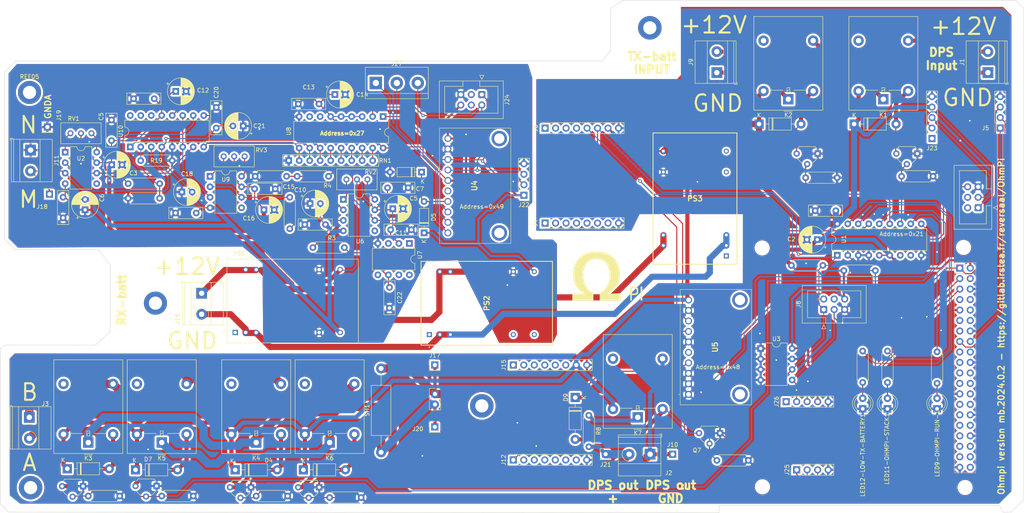
<source format=kicad_pcb>
(kicad_pcb (version 20221018) (generator pcbnew)
  (title_block (comment 4 "AISLER Project ID: WKFZBMTY"))
  (layers (0 "F.Cu" signal) (31 "B.Cu" signal) (34 "B.Paste" user) (35 "F.Paste" user) (36 "B.SilkS" user "B.Silkscreen") (37 "F.SilkS" user "F.Silkscreen") (38 "B.Mask" user) (39 "F.Mask" user) (44 "Edge.Cuts" user))
  (net 0 "")
  (net 1 "5VD")
  (net 2 "GNDD")
  (net 3 "GNDA")
  (net 6 "SDA1")
  (net 8 "SCL1")
  (net 10 "SCL2")
  (net 11 "SDA2")
  (net 13 "AN")
  (net 18 "Net-(U7-VOUT)")
  (net 19 "3V3")
  (net 20 "Net-(D1-A)")
  (net 21 "Net-(D2-A)")
  (net 22 "Net-(D5-A)")
  (net 23 "Net-(D9-A)")
  (net 24 "SDA3")
  (net 25 "SCL3")
  (net 26 "Net-(LED11-OHMPI-STACK1-A)")
  (net 27 "Net-(LED12-LOW-TX-BATTERY1-A)")
  (net 51 "Net-(D3-A)")
  (net 52 "Net-(D4-A)")
  (net 53 "Net-(D7-A)")
  (net 54 "Net-(D8-A)")
  (net 55 "+12V_TX_bat")
  (net 56 "GND_TX_bat")
  (net 57 "/Vmn_measurement/Electrode_M")
  (net 58 "GNDPWR")
  (net 59 "+12V")
  (net 61 "-12V_A")
  (net 62 "+12V_A")
  (net 69 "5VA")
  (net 72 "GP2")
  (net 73 "GP3")
  (net 74 "GP0")
  (net 75 "GP1")
  (net 93 "Net-(J14-Pin_2)")
  (net 97 "/Current_injection_and_measurement/A")
  (net 98 "/Current_injection_and_measurement/B")
  (net 99 "GP4")
  (net 100 "GP5")
  (net 101 "GP6")
  (net 102 "GP7")
  (net 109 "Net-(RV1-Pad1)")
  (net 110 "Net-(RV1-Pad3)")
  (net 111 "Net-(RV2-Pad1)")
  (net 112 "Net-(RV2-Pad3)")
  (net 116 "Net-(U6-+)")
  (net 117 "Net-(U6--)")
  (net 118 "Net-(U9--)")
  (net 119 "Net-(U2--)")
  (net 124 "Net-(RN1-R4)")
  (net 125 "Net-(RN1-R5)")
  (net 126 "SDA1_3V3")
  (net 127 "SCL1_3V3")
  (net 128 "Net-(RN1-R6)")
  (net 129 "Net-(RN1-R7)")
  (net 130 "Net-(RN1-R8)")
  (net 135 "Net-(R23-Pad2)")
  (net 136 "MNGP0")
  (net 137 "MNGP1")
  (net 138 "MNGP2")
  (net 139 "SDA3_3V3")
  (net 140 "SCL3_3V3")
  (net 142 "Net-(R19-Pad1)")
  (net 144 "Net-(RV3-Pad1)")
  (net 145 "Net-(RV3-Pad3)")
  (net 156 "Net-(U9-+)")
  (net 158 "Net-(LED9-OHMPI-RUN-1-A)")
  (net 159 "/Relay_switch_DPS/out_12v_DPS")
  (net 160 "/Relay_switch_DPS/out_GND_DPS")
  (net 161 "/Current_injection_and_measurement/Input_DPS_+_alim")
  (net 162 "/Current_injection_and_measurement/Input_DPS_GND_alim")
  (net 163 "Net-(K7-Pad1)")
  (net 164 "Net-(J27-Pin_1)")
  (net 165 "Net-(J27-Pin_2)")
  (net 166 "Net-(J27-Pin_3)")
  (net 167 "unconnected-(K7-Pad4)")
  (footprint "Connector_PinHeader_2.54mm:PinHeader_1x01_P2.54mm_Vertical" (layer "F.Cu") (at 26.162 77.978)
    (fp_text reference "J18")
    (fp_text value "ELEC_M" hide)
  )
  (footprint "MountingHole:MountingHole_3.2mm_M3" (layer "F.Cu") (at 198.74 148.89)
    (fp_text reference "REF01" hide)
    (fp_text value "MountingHole_3.2mm_M3" hide)
  )
  (footprint "Package_DIP:DIP-8_W7.62mm" (layer "F.Cu") (at 65.034 73.67)
    (fp_text reference "U9")
    (fp_text value "OP07")
  )
  (footprint "Capacitor_THT:CP_Radial_D6.3mm_P2.50mm" (layer "F.Cu") (at 73.064379 61.468 180)
    (fp_text reference "C21")
    (fp_text value "10uF")
  )
  (footprint "Potentiometer_THT:Potentiometer_Bourns_3296W_Vertical" (layer "F.Cu") (at 73.406 68.834)
    (fp_text reference "RV3")
    (fp_text value "10K")
  )
  (footprint "Resistor_THT:R_Axial_DIN0207_L6.3mm_D2.5mm_P7.62mm_Horizontal" (layer "F.Cu") (at 43.18 151.13 180)
    (fp_text reference "R6" hide)
    (fp_text value "100k")
  )
  (footprint "TerminalBlock_Phoenix:TerminalBlock_Phoenix_MKDS-1,5-2-5.08_1x02_P5.08mm_Horizontal" (layer "F.Cu") (at 253.305 48.545 90)
    (fp_text reference "J1")
    (fp_text value "DPS_out_12v_GND" hide)
  )
  (footprint "Resistor_THT:R_Axial_DIN0207_L6.3mm_D2.5mm_P7.62mm_Horizontal" (layer "F.Cu") (at 240.03 73.66 180)
    (fp_text reference "R1" hide)
    (fp_text value "100k")
  )
  (footprint "Resistor_THT:R_Axial_DIN0207_L6.3mm_D2.5mm_P7.62mm_Horizontal" (layer "F.Cu") (at 86.106 73.66)
    (fp_text reference "R4")
    (fp_text value "100k")
  )
  (footprint "TerminalBlock_Phoenix:TerminalBlock_Phoenix_MKDS-1,5-2-5.08_1x02_P5.08mm_Horizontal" (layer "F.Cu") (at 187.695 48.545 90)
    (fp_text reference "J9")
    (fp_text value "TX_bat" hide)
  )
  (footprint "Relay_THT:Relay_SPDT_Omron-G5LE-1" (layer "F.Cu") (at 93.98 138.1675 180)
    (fp_text reference "K6")
    (fp_text value "G5LE-1")
  )
  (footprint "Resistor_THT:R_Axial_DIN0207_L6.3mm_D2.5mm_P7.62mm_Horizontal" (layer "F.Cu") (at 89.916 90.932)
    (fp_text reference "R3")
    (fp_text value "100K")
  )
  (footprint "Relay_THT:Relay_SPDT_Omron-G5LE-1" (layer "F.Cu") (at 228 55 180)
    (fp_text reference "K1")
    (fp_text value "G5LE-1")
  )
  (footprint "Connector_PinHeader_2.54mm:PinHeader_1x01_P2.54mm_Vertical" (layer "F.Cu") (at 119.43 134.38)
    (fp_text reference "J20")
    (fp_text value "shunt +")
  )
  (footprint "Relay_THT:Relay_SPDT_Omron-G5LE-1" (layer "F.Cu") (at 76.2 138.1675 180)
    (fp_text reference "K4")
    (fp_text value "G5LE-1")
  )
  (footprint "Package_DIP:DIP-8_W7.62mm" (layer "F.Cu") (at 113.274 89.926 -90)
    (fp_text reference "U7")
    (fp_text value "REF03GP")
  )
  (footprint "Diode_THT:D_DO-35_SOD27_P7.62mm_Horizontal" (layer "F.Cu") (at 116.84 87.376 90)
    (fp_text reference "D5")
    (fp_text value "BAT86")
  )
  (footprint "Diode_THT:D_DO-41_SOD81_P10.16mm_Horizontal" (layer "F.Cu") (at 71.12 144.78)
    (fp_text reference "D4")
    (fp_text value "1N4001")
  )
  (footprint "Resistor_THT:R_Axial_DIN0207_L6.3mm_D2.5mm_P7.62mm_Horizontal" (layer "F.Cu") (at 209.19 74)
    (fp_text reference "R2" hide)
    (fp_text value "100k")
  )
  (footprint "Connector_PinHeader_2.54mm:PinHeader_1x05_P2.54mm_Vertical" (layer "F.Cu") (at 204.475 128.27 90)
    (fp_text reference "J26")
    (fp_text value "Conn_01x05_Socket" hide)
  )
  (footprint "Package_DIP:DIP-8_W7.62mm" (layer "F.Cu") (at 29.972 67.818)
    (fp_text reference "U2")
    (fp_text value "OP07")
  )
  (footprint "Resistor_THT:R_Axial_DIN0207_L6.3mm_D2.5mm_P7.62mm_Horizontal" (layer "F.Cu") (at 229 116 -90)
    (fp_text reference "R12" hide)
    (fp_text value "330 ohms")
  )
  (footprint "TerminalBlock_Phoenix:TerminalBlock_Phoenix_MKDS-1,5-2-5.08_1x02_P5.08mm_Horizontal" (layer "F.Cu") (at 21.59 67.31 -90)
    (fp_text reference "J11")
    (fp_text value "Screw_Terminal_VMN" hide)
  )
  (footprint "Connector_PinHeader_2.54mm:PinHeader_1x08_P2.54mm_Vertical" (layer "F.Cu") (at 146.125 85 90)
    (fp_text reference "J4")
    (fp_text value "Conn_01x08_Socket")
  )
  (footprint "Resistor_THT:R_Axial_DIN0207_L6.3mm_D2.5mm_P7.62mm_Horizontal" (layer "F.Cu") (at 223 116 -90)
    (fp_text reference "R13" hide)
    (fp_text value "330 ohms")
  )
  (footprint "Connector_PinHeader_2.54mm:PinHeader_1x08_P2.54mm_Vertical" (layer "F.Cu") (at 146.125 62 90)
    (fp_text reference "J6")
    (fp_text value "Conn_01x08_Socket")
  )
  (footprint "Connector_PinHeader_2.54mm:PinHeader_1x04_P2.54mm_Vertical" (layer "F.Cu") (at 141 78.25 180)
    (fp_text reference "J22")
    (fp_text value "Conn_01x04_Socket" hide)
  )
  (footprint "Capacitor_THT:C_Disc_D8.0mm_W2.5mm_P5.00mm" (layer "F.Cu") (at 29.464 78.73 -90)
    (fp_text reference "C4" hide)
    (fp_text value "100nF")
  )
  (footprint "Connector_IDC:IDC-Header_2x03_P2.54mm_Vertical" (layer "F.Cu") (at 250.9425 81.285 180)
    (fp_text reference "J13" hide)
    (fp_text value "Connector_I2C_for_mux" hide)
  )
  (footprint "Package_DIP:DIP-18_W7.62mm" (layer "F.Cu") (at 216.85 92.8 90)
    (fp_text reference "U1")
    (fp_text value "MCP23008-xP")
  )
  (footprint "TerminalBlock:TerminalBlock_bornier-3_P5.08mm" (layer "F.Cu") (at 105.156 51.054)
    (fp_text reference "J27")
    (fp_text value "Screw_Terminal_01x03")
  )
  (footprint "Connector_IDC:IDC-Header_2x03_P2.54mm_Vertical" (layer "F.Cu") (at 213.56 105.9375 90)
    (fp_text reference "J8")
    (fp_text value "Connector_I2C_for_MCP23008" hide)
  )
  (footprint "MountingHole:MountingHole_3.2mm_M3_DIN965_Pad" (layer "F.Cu") (at 51.816 104.394)
    (fp_text reference "REF04" hide)
    (fp_text value "MountingHole_3.2mm_M3_DIN965_Pad" hide)
  )
  (footprint "Package_DIP:DIP-8_W7.62mm" (layer "F.Cu") (at 198.305 115.385)
    (fp_text reference "U3")
    (fp_text value "24LC02")
  )
  (footprint "THD_15-1222N:CONV_THD_15-1222N" (layer "F.Cu") (at 85.02 103.886)
    (fp_text reference "PS1")
    (fp_text value "THD_15-1222N")
  )
  (footprint "Connector_PinHeader_2.54mm:PinHeader_1x02_P2.54mm_Vertical" (layer "F.Cu") (at 119.475 126.395)
    (fp_text reference "J14" hide)
    (fp_text value "Conn_01x02_Socket" hide)
  )
  (footprint "Resistor_THT:R_Axial_DIN0207_L6.3mm_D2.5mm_P7.62mm_Horizontal" (layer "F.Cu") (at 48.245 69.86)
    (fp_text reference "R19")
    (fp_text value "100k")
  )
  (footprint "Package_TO_SOT_THT:TO-92L_Wide" (layer "F.Cu") (at 91.45 149.01 180)
    (fp_text reference "Q6" hide)
    (fp_text value "ZVN4206ASTZ" hide)
  )
  (footprint "Connector_IDC:IDC-Header_2x03_P2.54mm_Vertical" (layer "F.Cu") (at 130.81 53.8575 -90)
    (fp_text reference "J24")
    (fp_text value "Connector_I2C_for_MC" hide)
  )
  (footprint "Capacitor_THT:CP_Radial_D6.3mm_P2.50mm" (layer "F.Cu") (at 34.788 81.778 90)
    (fp_text reference "C6")
    (fp_text value "10uF")
  )
  (footprint "Package_TO_SOT_THT:TO-92L_Wide" (layer "F.Cu") (at 188.468 135.89 180)
    (fp_text reference "Q7")
    (fp_text value "ZVN4206ASTZ" hide)
  )
  (footprint "TerminalBlock_Phoenix:TerminalBlock_Phoenix_MKDS-1,5-2-5.08_1x02_P5.08mm_Horizontal" (layer "F.Cu") (at 21.285 132.075 -90)
    (fp_text reference "J3")
    (fp_text value "Screw_Terminal_AB" hide)
  )
  (footprint "Diode_THT:D_DO-35_SOD27_P7.62mm_Horizontal" (layer "F.Cu") (at 116.232077 72.644 180)
    (fp_text reference "D6" hide)
    (fp_text value "BAT86")
  )
  (footprint "Package_TO_SOT_THT:TO-92L_Wide" (layer "F.Cu") (at 52.08 148.7 180)
    (fp_text reference "Q5" hide)
    (fp_text value "ZVN4206ASTZ" hide)
  )
  (footprint "Potentiometer_THT:Potentiometer_Bourns_3296W_Vertical" (layer "F.Cu") (at 103.124 74.422)
    (fp_text reference "RV2")
    (fp_text value "10K" hide)
  )
  (footprint "Package_TO_SOT_THT:TO-92L_Wide" (layer "F.Cu") (at 236.23 68.16 180)
    (fp_text reference "Q1" hide)
    (fp_text value "ZVN4206ASTZ" hide)
  )
  (footprint "Resistor_THT:R_Axial_DIN0207_L6.3mm_D2.5mm_P7.62mm_Horizontal" (layer "F.Cu") (at 60.96 151.13 180)
    (fp_text reference "R15" hide)
    (fp_text value "100k")
  )
  (footprint "Resistor_THT:R_Axial_DIN0207_L6.3mm_D2.5mm_P7.62mm_Horizontal" (layer "F.Cu") (at 45.212 75.438)
    (fp_text reference "R23" hide)
    (fp_text value "100k")
  )
  (footprint "Capacitor_THT:C_Disc_D8.0mm_W2.5mm_P5.00mm" (layer "F.Cu") (at 75.819621 76.708)
    (fp_text reference "C15")
    (fp_text value "100nF" hide)
  )
  (footprint "Capacitor_THT:C_Disc_D8.0mm_W2.5mm_P5.00mm" (layer "F.Cu") (at 41.178 65.014 90)
    (fp_text reference "C5")
    (fp_text value "100nF")
  )
  (footprint "Capacitor_THT:CP_Radial_D6.3mm_P2.50mm" (layer "F.Cu") (at 212 89 180)
    (fp_text reference "C2")
    (fp_text value "10uF")
  )
  (footprint "TerminalBlock_Phoenix:TerminalBlock_Phoenix_MKDS-1,5-2-5.08_1x02_P5.08mm_Horizontal" (layer "F.Cu") (at 171.545 141 180)
    (fp_text reference "J2")
    (fp_text value "DPS5005_input_0_to_50V" hide)
  )
  (footprint "Capacitor_THT:CP_Radial_D6.3mm_P2.50mm" (layer "F.Cu") (at 41.235621 70.866)
    (fp_text reference "C3")
    (fp_text value "10uF")
  )
  (footprint "Resistor_THT:R_Axial_DIN0207_L6.3mm_D2.5mm_P7.62mm_Horizontal" (layer "F.Cu") (at 226.06 96.52 180)
    (fp_text reference "R18" hide)
    (fp_text value "4.7K")
  )
  (footprint "Resistor_THT:R_Array_SIP9" (layer "F.Cu") (at 84.074 69.85)
    (fp_text reference "RN1")
    (fp_text value "R_Network08" hide)
  )
  (footprint "Resistor_THT:R_Axial_DIN0207_L6.3mm_D2.5mm_P7.62mm_Horizontal" (layer "F.Cu") (at 213.36 95.25 180)
    (fp_text reference "R17" hide)
    (fp_text value "4.7K" hide)
  )
  (footprint "Capacitor_THT:C_Disc_D8.0mm_W2.5mm_P5.00mm" (layer "F.Cu") (at 108.458 100.584 -90)
    (fp_text reference "C22")
    (fp_text value "100nF")
  )
  (footprint "Resistor_THT:R_Axial_DIN0207_L6.3mm_D2.5mm_P7.62mm_Horizontal" (layer "F.Cu") (at 84.328 78.74 -90)
    (fp_text reference "R5" hide)
    (fp_text value "100k" hide)
  )
  (footprint "MountingHole:MountingHole_3.2mm_M3_DIN965_Pad" (layer "F.Cu") (at 21.336 53.34)
    (fp_text reference "REF05")
    (fp_text value "MountingHole_3.2mm_M3_DIN965_Pad" hide)
  )
  (footprint "Capacitor_THT:CP_Radial_D6.3mm_P2.50mm" (layer "F.Cu") (at 109.26 81.534)
    (fp_text reference "C5")
    (fp_text value "10uF")
  )
  (footprint "LED_THT:LED_D4.0mm" (layer "F.Cu") (at 241 130 90)
    (fp_text reference "LED9-OHMPI-RUN-1")
    (fp_text value "LED" hide)
  )
  (footprint "Diode_THT:D_DO-41_SOD81_P10.16mm_Horizontal" (layer "F.Cu") (at 46.99 144.78)
    (fp_text reference "D7")
    (fp_text value "1N4001")
  )
  (footprint "Diode_THT:D_DO-41_SOD81_P10.16mm_Horizontal" (layer "F.Cu") (at 197.92 61)
    (fp_text reference "D2" hide)
    (fp_text value "1N4001")
  )
  (footprint "Resistor_THT:R_Axial_DIN0207_L6.3mm_D2.5mm_P7.62mm_Horizontal" (layer "F.Cu") (at 83.82 151.13 180)
    (fp_text reference "R7" hide)
    (fp_text value "100k")
  )
  (footprint "MountingHole:MountingHole_3.2mm_M3_ISO7380_Pad" (layer "F.Cu") (at 21.59 149.098)
    (fp_text reference "REF**" hide)
    (fp_text value "MountingHole_3.2mm_M3_ISO7380_Pad" hide)
  )
  (footprint "MountingHole:MountingHole_3.2mm_M3" (layer "F.Cu") (at 247.42 90.9)
    (fp_text reference "REF03" hide)
    (fp_text value "MountingHole_3.2mm_M3" hide)
  )
  (footprint "1085:1085" (layer "F.Cu") (at 180.848 126.492 -90)
    (fp_text reference "U5")
    (fp_text value "1085" hide)
  )
  (footprint "Resistor_THT:R_Axial_DIN0207_L6.3mm_D2.5mm_P7.62mm_Horizontal" (layer "F.Cu") (at 195.326 142.494 180)
    (fp_text reference "R9" hide)
    (fp_text value "100k")
  )
  (footprint "Connector_PinHeader_2.54mm:PinHeader_1x08_P2.54mm_Vertical" (layer "F.Cu") (at 138.43 142.38 90)
    (fp_text reference "J12")
    (fp_text value "Conn_01x08_Socket" hide)
  )
  (footprint "MountingHole:MountingHole_3.2mm_M3" (layer "F.Cu") (at 198.67 91.03)
    (fp_text reference "REF2" hide)
    (fp_text value "MountingHole_3.2mm_M3" hide)
  )
  (footprint "Capacitor_THT:CP_Radial_D6.3mm_P2.50mm" (layer "F.Cu") (at 56.729621 53.086)
    (fp_text reference "C12")
    (fp_text value "10uF")
  )
  (footprint "Connector_PinHeader_2.54mm:PinHeader_1x01_P2.54mm_Vertical" (layer "F.Cu") (at 119.43 119.38)
    (fp_text reference "J17")
    (fp_text value "DPS GND")
  )
  (footprint "Diode_THT:D_DO-41_SOD81_P10.16mm_Horizontal" (layer "F.Cu") (at 87.63 144.78)
    (fp_text reference "D8" hide)
    (fp_text value "1N4001")
  )
  (footprint "Diode_THT:D_DO-41_SOD81_P10.16mm_Horizontal" (layer "F.Cu") (at 220.92 61)
    (fp_text reference "D1" hide)
    (fp_text value "1N4001")
  )
  (footprint "Connector_PinHeader_2.54mm:PinHeader_1x01_P2.54mm_Vertical" (layer "F.Cu") (at 25.654 61.722)
    (fp_text reference "J19")
    (fp_text value "ELEC_N" hide)
  )
  (footprint "THD_15-1211N:THD151211N" (layer "F.Cu") (at 189.992 92.964 180)
    (fp_text reference "PS3")
    (fp_text value "THD_15-1211N" hide)
  )
  (footprint "Package_DIP:DIP-18_W7.62mm" (layer "F.Cu") (at 106.924 59.192 -90)
    (fp_text reference "U8")
    (fp_text value "MCP23008-xP" hide)
  )
  (footprint "LED_THT:LED_D4.0mm" (layer "F.Cu") (at 229 130 90)
    (fp_text reference "LED11-OHMPI-STACK1")
    (fp_text value "LED" hide)
  )
  (footprint "Package_TO_SOT_THT:TO-92L_Wide" (layer "F.Cu") (at 74.94 149.01 180)
    (fp_text reference "Q4" hide)
    (fp_text value "ZVN4206ASTZ" hide)
  )
  (footprint "Diode_THT:D_DO-41_SOD81_P10.16mm_Horizontal" (layer "F.Cu") (at 30.48 144.5175)
    (fp_text reference "D3" hide)
    (fp_text value "1N4001")
  )
  (footprint "Relay_THT:Relay_SPDT_Omron-G5LE-1" (layer "F.Cu") (at 205 55 180)
    (fp_text reference "K2")
    (fp_text value "G5LE-1")
  )
  (footprint "MountingHole:MountingHole_3.2mm_M3" (layer "F.Cu") (at 247.78 149.06)
    (fp_text reference "REF00" hide)
    (fp_text value "MountingHole_3.2mm_M3" hide)
  )
  (footprint "Capacitor_THT:CP_Radial_D6.3mm_P2.50mm" (layer "F.Cu") (at 95.25 53.848)
    (fp_text reference "C14")
    (fp_text value "10uF")
  )
  (footprint "Relay_THT:Relay_SPDT_Omron-G5LE-1" (layer "F.Cu") (at 168.56 132.056 180)
    (fp_text reference "K7")
    (fp_text value "G5LE-1")
  )
  (footprint "MountingHole:MountingHole_3.2mm_M3_ISO7380_Pad" (layer "F.Cu") (at 171.48 37.69)
    (fp_text reference "REF**" hide)
    (fp_text value "MountingHole_3.2mm_M3_ISO7380_Pad" hide)
  )
  (footprint "ohmpi_logo:ohmpi_logo" (layer "F.Cu") (at 161.036 97.79)
    (fp_text reference "G***" hide)
    (fp_text value "LOGO" hide)
  )
  (footprint "Capacitor_THT:C_Disc_D8.0mm_W2.5mm_P5.00mm" (layer "F.Cu") (at 108.752 86.614)
    (fp_text reference "C11")
    (fp_text value "100nF")
  )
  (footprint "Capacitor_THT:C_Disc_D8.0mm_W2.5mm_P5.00mm" (layer "F.Cu") (at 61.682 82.55 180)
    (fp_text reference "C17" hide)
    (fp_text value "100nF")
  )
  (footprint "Capacitor_THT:C_Disc_D8.0mm_W2.5mm_P5.00mm" (layer "F.Cu") (at 107.99 76.454)
    (fp_text reference "C7")
    (fp_text value "100nF")
  )
  (footprint "Connector_PinHeader_2.54mm:PinHeader_1x05_P2.54mm_Vertical" (layer "F.Cu") (at 239.776 64.511 180)
    (fp_text reference "J23")
    (fp_text value "Conn_01x05_Socket" hide)
  )
  (footprint "Diode_THT:D_DO-41_SOD81_P10.16mm_Horizontal" (layer "F.Cu") (at 153.416 127.254 -90)
    (fp_text reference "D9")
    (fp_text value "1N4001")
  )
  (footprint "Capacitor_THT:CP_Radial_D6.3mm_P2.50mm" (layer "F.Cu") (at 58.206 77.47)
    (fp_text reference "C18")
    (fp_text value "10uF")
  )
  (footprint "Capacitor_THT:C_Disc_D8.0mm_W2.5mm_P5.00mm" (layer "F.Cu") (at 91.4 56.134 180)
    (fp_text reference "C13")
    (fp_text value "100nF")
  )
  (footprint "Package_TO_SOT_THT:TO-92L_Wide" (layer "F.Cu") (at 34.3 148.7475 180)
    (fp_text reference "Q3" hide)
    (fp_text value "ZVN4206ASTZ" hide)
  )
  (footprint "Capacitor_THT:CP_Radial_D6.3mm_P2.50mm" (layer "F.Cu") (at 78.065621 81.788)
    (fp_text reference "C16")
    (fp_text value "10uF")
  )
  (footprint "Package_DIP:DIP-8_W7.62mm" (layer "F.Cu") (at 97.292 79.258)
    (fp_text reference "U6")
    (fp_text value "OP07")
  )
  (footprint "Resistor_THT:R_Axial_DIN0207_L6.3mm_D2.5mm_P7.62mm_Horizontal" (layer "F.Cu") (at 101.6 151.5 180)
    (fp_text reference "R16" hide)
    (fp_text value "100k")
  )
  (footprint "Capacitor_THT:CP_Radial_D6.3mm_P2.50mm" (layer "F.Cu") (at 89.241621 80.264)
    (fp_text reference "C10")
    (fp_text value "10uF")
  )
  (footprint "Resistor_THT:R_Axial_DIN0207_L6.3mm_D2.5mm_P7.62mm_Horizontal" (layer "F.Cu") (at 241 116.19 -90)
    (fp_text reference "R10" hide)
    (fp_text value "330 ohms")
  )
  (footprint "Resistor_THT:R_Axial_DIN0207_L6.3mm_D2.5mm_P7.62mm_Horizontal" (layer "F.Cu") (at 52.832 78.994 180)
    (fp_text reference "R24" hide)
    (fp_text value "100k")
  )
  (footprint "Connector_PinHeader_2.54mm:PinHeader_1x01_P2.54mm_Vertical" (layer "F.Cu") (at 177 141)
    (fp_text reference "J10")
    (fp_text value "DPS+")
  )
  (footprint "LED_THT:LED_D4.0mm" (layer "F.Cu") (at 223 130 90)
    (fp_text reference "LED12-LOW-TX-BATTERY1")
    (fp_text value "LED" hide)
  )
  (footprint "Connector_PinHeader_2.54mm:PinHeader_1x04_P2.54mm_Vertical" (layer "F.Cu") (at 207.02 144.78 90)
    (fp_text reference "J25")
    (fp_text value "Conn_01x04_Socket" hide)
  )
  (footprint "Connector_PinHeader_2.54mm:PinHeader_1x01_P2.54mm_Vertical" (layer "F.Cu") (at 160.782 140.97)
    (fp_text reference "J21")
    (fp_text value "shunt -")
  )
  (footprint "Capacitor_THT:C_Disc_D8.0mm_W2.5mm_P5.00mm" (layer "F.Cu") (at 51.522 54.864 180)
    (fp_text reference "C19" hide)
    (fp_text value "100nF")
  )
  (footprint "Capacitor_THT:C_Disc_D8.0mm_W2.5mm_P5.00mm" (layer "F.Cu") (at 92.964 85.344 180)
    (fp_text reference "C8" hide)
    (fp_text value "100nF" hide)
  )
  (footprint "Capacitor_THT:C_Disc_D8.0mm_W2.5mm_P5.00mm" (layer "F.Cu") (at 66.548 61.976 90)
    (fp_text reference "C20")
    (fp_text value "100nF")
  )
  (footprint "TerminalBlock_Phoenix:TerminalBlock_Phoenix_MKDS-1,5-2-5.08_1x02_P5.08mm_Horizontal" (layer "F.Cu") (at 63 102 -90)
    (fp_text reference "J16")
    (fp_text value "RX_bat" hide)
  )
  (footprint "Resistor_THT:R_Axial_DIN0207_L6.3mm_D2.5mm_P7.62mm_Horizontal" (layer "F.Cu") (at 75.946 73.66)
    (fp_text reference "R26" hide)
    (fp_text value "100k")
  )
  (footprint "Capacitor_THT:C_Disc_D8.0mm_W2.5mm_P5.00mm" (layer "F.Cu") (at 216.5 82 180)
    (fp_text reference "C1" hide)
    (fp_text value "100nF")
  )
  (footprint "Relay_THT:Relay_SPDT_Omron-G5LE-1" (layer "F.Cu") (at 35.56 138.1675 180)
    (fp_text reference "K3")
    (fp_text value "G5LE-1")
  )
  (footprint "Resistor_THT:R_Axial_DIN0414_L11.9mm_D4.5mm_P20.32mm_Horizontal" (layer "F.Cu") (at 106.43 140.54 90)
    (fp_text reference "SH1")
    (fp_text value "2 ohms")
  )
  (footprint "Potentiometer_THT:Potentiometer_Bourns_3296W_Vertical" (layer "F.Cu") (at 36.322 63.236)
    (fp_text reference "RV1")
    (fp_text value "10K")
  )
  (footprint "MountingHole:MountingHole_3.2mm_M3_ISO7380_Pad" (layer "F.Cu") (at 130.81 129.286)
    (fp_text reference "REF**" hide)
    (fp_text value "MountingHole_3.2mm_M3_ISO7380_Pad" hide)
  )
  (footprint "1085:1085" (layer "F.Cu") (at 122.6 87.376 -90)
    (fp_text reference "U4")
    (fp_text value "1085" hide)
  )
  (footprint "Connector_PinHeader_2.54mm:PinHeader_1x08_P2.54mm_Vertical" (layer "F.Cu") (at 138.43 119.38 90)
    (fp_text reference "J15")
    (fp_text value "Conn_01x08_Socket" hide)
  )
  (footprint "Relay_THT:Relay_SPDT_Omron-G5LE-1" (layer "F.Cu") (at 53.34 138.1675 180)
    (fp_text reference "K5")
    (fp_text value "G5LE-1")
  )
  (footprint "Package_DIP:DIP-16_W7.62mm" (layer "F.Cu") (at 45.72 66.548 90)
    (fp_text reference "U10")
    (fp_text value "DG411xJ")
  )
  (footprint "THD_15-1211N:THD151211N" (layer "F.Cu") (at 118.11 112.014 90)
    (fp_text reference "PS2")
    (fp_text value "THD_15-1211N" hide)
  )
  (footprint "Package_TO_SOT_THT:TO-92L_Wide" (layer "F.Cu") (at 212.1 68.16 180)
    (fp_text reference "Q2" hide)
    (fp_text value "ZVN4206ASTZ" hide)
  )
  (footprint "Connector_PinHeader_2.54mm:PinHeader_1x04_P2.54mm_Vertical" (layer "F.Cu") (at 256.286 61.976 180)
    (fp_text reference "J5")
    (fp_text value "Conn_01x04_Socket" hide)
  )
  (footprint "Resistor_THT:R_Axial_DIN0207_L6.3mm_D2.5mm_P7.62mm_Horizontal" (layer "F.Cu") (at 156.718 131.572 -90)
    (fp_text reference "R8")
    (fp_text value "1k")
  )
  (footprint "Connector_PinSocket_2.54mm:PinSocket_2x20_P2.54mm_Vertical" (layer "B.Cu") (at 246.5 95.9 180)
    (fp_text reference "J7")
    (fp_text value "Raspberry_Pi_2_3")
  )
  (gr_line (start 165 31) (end 162 33) (stroke (width 0.1)) (layer "Edge.Cuts"))
  (gr_line (start 37.338 114.554) (end 15.494 114.554) (stroke (width 0.1)) (layer "Edge.Cuts"))
  (gr_line (start 162 33) (end 162 43.18) (stroke (width 0.1)) (layer "Edge.Cuts"))
  (gr_line (start 18.034 45.72) (end 15.24 48.514) (stroke (width 0.1)) (layer "Edge.Cuts"))
  (gr_line (start 256.98 155.02) (end 259 155) (stroke (width 0.1)) (layer "Edge.Cuts"))
  (gr_line (start 15.24 88.9) (end 17.78 91.44) (stroke (width 0.1)) (layer "Edge.Cuts"))
  (gr_line (start 160.02 45.72) (end 18.034 45.72) (stroke (width 0.1)) (layer "Edge.Cuts"))
  (gr_line (start 260 31) (end 165 31) (stroke (width 0.1)) (layer "Edge.Cuts"))
  (gr_line (start 27 104) (end 27 104) (stroke (width 0.1)) (layer "Edge.Cuts"))
  (gr_line (start 262 152) (end 262 33) (stroke (width 0.1)) (layer "Edge.Cuts"))
  (gr_line (start 38.1 91.44) (end 40.894 95.25) (stroke (width 0.1)) (layer "Edge.Cuts"))
  (gr_line (start 17.78 91.44) (end 38.1 91.44) (stroke (width 0.1)) (layer "Edge.Cuts"))
  (gr_line (start 15.494 114.554) (end 14.24 115.57) (stroke (width 0.1)) (layer "Edge.Cuts"))
  (gr_line (start 162 43.18) (end 160.02 45.72) (stroke (width 0.1)) (layer "Edge.Cuts"))
  (gr_line (start 14.24 153) (end 16.24 155) (stroke (width 0.1)) (layer "Edge.Cuts"))
  (gr_line (start 14.24 115.57) (end 14.24 153) (stroke (width 0.1)) (layer "Edge.Cuts"))
  (gr_line (start 259 155) (end 262 152) (stroke (width 0.1)) (layer "Edge.Cuts"))
  (gr_line (start 40.894 111.252) (end 40.894 95.25) (stroke (width 0.1)) (layer "Edge.Cuts"))
  (gr_line (start 188.27 153.4) (end 188.214 155.194) (stroke (width 0.1)) (layer "Edge.Cuts"))
  (gr_line (start 15.24 48.514) (end 15.24 88.9) (stroke (width 0.1)) (layer "Edge.Cuts"))
  (gr_line (start 256.032 153.416) (end 256.98 155.02) (stroke (width 0.1)) (layer "Edge.Cuts"))
  (gr_line (start 40.894 111.252) (end 37.338 114.554) (stroke (width 0.1)) (layer "Edge.Cuts"))
  (gr_line (start 16.24 155) (end 188.214 155.194) (stroke (width 0.1)) (layer "Edge.Cuts"))
  (gr_line (start 188.27 153.4) (end 256.032 153.416) (stroke (width 0.1)) (layer "Edge.Cuts"))
  (gr_line (start 260 31) (end 262 33) (stroke (width 0.1)) (layer "Edge.Cuts"))
  (gr_text "M" (at 21.082 79.248) (layer "F.SilkS") (effects (font (size 4 4) (thickness 0.5))))
  (gr_text "+12V" (at 187 37) (layer "F.SilkS") (effects (font (size 4 4) (thickness 0.5))))
  (gr_text "DPS out\nGND" (at 176.53 150.114) (layer "F.SilkS") (effects (font (size 2 2) (thickness 0.5))))
  (gr_text "Address=0x27" (at 97.028 63.246) (layer "F.SilkS") (effects (font (size 1 1) (thickness 0.25))))
  (gr_text "B" (at 21.336 125.984) (layer "F.SilkS") (effects (font (size 4 4) (thickness 0.5))))
  (gr_text "RX-batt" (at 43.688 103.632 90) (layer "F.SilkS") (effects (font (size 2 2) (thickness 0.5))))
  (gr_text "Address=0x49" (at 130.81 81.026) (layer "F.SilkS") (effects (font (size 1 1))))
  (gr_text "GND" (at 248.412 54.61) (layer "F.SilkS") (effects (font (size 4 4) (thickness 0.5))))
  (gr_text "GND" (at 187.932659 55.972876) (layer "F.SilkS") (effects (font (size 4 4) (thickness 0.5))))
  (gr_text "DPS\nInput" (at 242.062 45.212) (layer "F.SilkS") (effects (font (size 2 2) (thickness 0.5))))
  (gr_text "GND" (at 60.706 113.538) (layer "F.SilkS") (effects (font (size 4 4) (thickness 0.5))))
  (gr_text "Ohmpi version mb.2024.0.2 - https://gitlab.irstea.fr/reversaal/OhmPi" (at 256.54 110 90) (layer "F.SilkS") (effects (font (size 1.5 1.5) (thickness 0.3))))
  (gr_text "GNDA" (at 26.67 59.944 90) (layer "F.SilkS") (effects (font (size 1.5 1.5) (thickness 0.3) bold) (justify left bottom)))
  (gr_text "+12V" (at 59.436 95.504) (layer "F.SilkS") (effects (font (size 4 4) (thickness 0.5))))
  (gr_text "DPS out\n+" (at 162.56 150.114) (layer "F.SilkS") (effects (font (size 2 2) (thickness 0.5))))
  (gr_text "+12V" (at 247.396 37.338) (layer "F.SilkS") (effects (font (size 4 4) (thickness 0.5))))
  (gr_text "N" (at 21.082 61.214) (layer "F.SilkS") (effects (font (size 4 4) (thickness 0.5))))
  (gr_text "A" (at 21.336 143.002) (layer "F.SilkS") (effects (font (size 4 4) (thickness 0.5))))
  (gr_text "Address=0x21" (at 232.41 87.63) (layer "F.SilkS") (effects (font (size 1 1))))
  (gr_text "TX-batt\nINPUT" (at 171.958 46.228) (layer "F.SilkS") (effects (font (size 2 2) (thickness 0.5))))
  (gr_text "Address=0x48" (at 187.96 119.888) (layer "F.SilkS") (effects (font (size 1 1))))
  (segment (start 246.385 76.205) (end 246.38 76.2) (width 0.25) (layer "F.Cu") (net 1))
  (segment (start 242 96) (end 244 94) (width 0.5) (layer "F.Cu") (net 1))
  (segment (start 241.3 88.9) (end 231.14 88.9) (width 0.25) (layer "F.Cu") (net 1))
  (segment (start 199 53) (end 197.92 54.08) (width 1) (layer "F.Cu") (net 1))
  (segment (start 242.57 80.01) (end 242.57 87.63) (width 0.25) (layer "F.Cu") (net 1))
  (segment (start 47.34 136.1675) (end 47.34 144.43) (width 1) (layer "F.Cu") (net 1))
  (segment (start 162.56 129.348) (end 162.56 130.056) (width 1) (layer "F.Cu") (net 1))
  (segment (start 47.34 136.1675) (end 50.1575 133.35) (width 1) (layer "F.Cu") (net 1))
  (segment (start 204.47 93.98) (end 205.74 95.25) (width 1) (layer "F.Cu") (net 1))
  (segment (start 197.92 54.08) (end 197.92 61) (width 1) (layer "F.Cu") (net 1))
  (segment (start 67.3825 133.35) (end 70.2 136.1675) (width 1) (layer "F.Cu") (net 1))
  (segment (start 242.57 87.63) (end 241.3 88.9) (width 0.25) (layer "F.Cu") (net 1))
  (segment (start 244 94) (end 248.342081 94) (width 0.5) (layer "F.Cu") (net 1))
  (segment (start 212.095 121.555) (end 212.095 128.27) (width 0.5) (layer "F.Cu") (net 1))
  (segment (start 229.55 92.8) (end 232.75 96) (width 0.5) (layer "F.Cu") (net 1))
  (segment (start 232.75 96) (end 242 96) (width 0.5) (layer "F.Cu") (net 1))
  (segment (start 174.76 67.6) (end 166.965 67.6) (width 0.5) (layer "F.Cu") (net 1))
  (segment (start 229.55 90.49) (end 229.55 92.8) (width 0.25) (layer "F.Cu") (net 1))
  (segment (start 218.44 103.1975) (end 218.64 103.3975) (width 0.5) (layer "F.Cu") (net 1))
  (segment (start 87.98 136.1675) (end 87.98 144.43) (width 1) (layer "F.Cu") (net 1))
  (segment (start 248.4025 76.205) (end 246.385 76.205) (width 0.25) (layer "F.Cu") (net 1))
  (segment (start 153.416 127.254) (end 160.466 127.254) (width 1) (layer "F.Cu") (net 1))
  (segment (start 181.36 61) (end 174.76 67.6) (width 1.5) (layer "F.Cu") (net 1))
  (segment (start 205.994 115.316) (end 209.804 115.316) (width 0.5) (layer "F.Cu") (net 1))
  (segment (start 70.2 143.86) (end 71.12 144.78) (width 1) (layer "F.Cu") (net 1))
  (segment (start 209.804 115.316) (end 209.804 119.264) (width 0.5) (layer "F.Cu") (net 1))
  (segment (start 209.56 91.44) (end 204.47 91.44) (width 1) (layer "F.Cu") (net 1))
  (segment (start 44.5225 133.35) (end 47.34 136.1675) (width 1) (layer "F.Cu") (net 1))
  (segment (start 29.56 143.5975) (end 30.48 144.5175) (width 1) (layer "F.Cu") (net 1))
  (segment (start 180.571 72.771) (end 175.4 67.6) (width 1) (layer "F.Cu") (net 1))
  (segment (start 222 59.92) (end 220.92 61) (width 1) (layer "F.Cu") (net 1))
  (segment (start 87.98 144.43) (end 87.63 144.78) (width 1) (layer "F.Cu") (net 1))
  (segment (start 246.38 76.2) (end 242.57 80.01) (width 0.25) (layer "F.Cu") (net 1))
  (segment (start 205.925 115.385) (end 205.994 115.316) (width 0.5) (layer "F.Cu") (net 1))
  (segment (start 197.92 61) (end 181.36 61) (width 1.5) (layer "F.Cu") (net 1))
  (segment (start 160.466 127.254) (end 162.56 129.348) (width 1) (layer "F.Cu") (net 1))
  (segment (start 212 89) (end 209.56 91.44) (width 1) (layer "F.Cu") (net 1))
  (segment (start 229.55 92.8) (end 227.01 92.8) (width 0.25) (layer "F.Cu") (net 1))
  (segment (start 166.965 67.6) (end 161.365 62) (width 0.5) (layer "F.Cu") (net 1))
  (segment (start 180.571 103.57) (end 180.571 72.771) (width 1) (layer "F.Cu") (net 1))
  (segment (start 249.04 94.697919) (end 249.04 95.9) (width 0.5) (layer "F.Cu") (net 1))
  (segment (start 50.1575 133.35) (end 67.3825 133.35) (width 1) (layer "F.Cu") (net 1))
  (segment (start 70.2 136.1675) (end 70.2 143.86) (width 1) (layer "F.Cu") (net 1))
  (segment (start 204.47 91.44) (end 204.47 93.98) (width 1) (layer "F.Cu") (net 1))
  (segment (start 216.85 85.18) (end 208.18 85.18) (width 1.5) (layer "F.Cu") (net 1))
  (segment (start 197.92 74.92) (end 197.92 61) (width 1.5) (layer "F.Cu") (net 1))
  (segment (start 209.804 119.264) (end 212.095 121.555) (width 0.5) (layer "F.Cu") (net 1))
  (segment (start 248.342081 94) (end 249.04 94.697919) (width 0.5) (layer "F.Cu") (net 1))
  (segment (start 29.56 136.1675) (end 29.56 143.5975) (width 1) (layer "F.Cu") (net 1))
  (segment (start 208.18 85.18) (end 197.92 74.92) (width 1.5) (layer "F.Cu") (net 1))
  (segment (start 29.56 136.1675) (end 32.3775 133.35) (width 1) (layer "F.Cu") (net 1))
  (segment (start 222 53) (end 222 59.92) (width 1) (layer "F.Cu") (net 1))
  (segment (start 47.34 144.43) (end 46.99 144.78) (width 1) (layer "F.Cu") (net 1))
  (segment (start 231.14 88.9) (end 229.55 90.49) (width 0.25) (layer "F.Cu") (net 1))
  (segment (start 218.44 96.52) (end 218.44 103.1975) (width 0.5) (layer "F.Cu") (net 1))
  (segment (start 32.3775 133.35) (end 44.5225 133.35) (width 1) (layer "F.Cu") (net 1))
  (segment (start 205.74 95.25) (end 207.01 96.52) (width 0.5) (layer "B.Cu") (net 1))
  (segment (start 223.466984 63.546984) (end 224.235016 63.546984) (width 1) (layer "B.Cu") (net 1))
  (segment (start 212.09 96.52) (end 212.995 97.425) (width 0.5) (layer "B.Cu") (net 1))
  (segment (start 225.75 89) (end 229.55 92.8) (width 1) (layer "B.Cu") (net 1))
  (segment (start 220.92 61) (end 220.92 81.11) (width 1.5) (layer "B.Cu") (net 1))
  (segment (start 205.925 103.365) (end 208.105 101.185) (width 0.5) (layer "B.Cu") (net 1))
  (segment (start 214.39 96.52) (end 218.44 96.52) (width 0.5) (layer "B.Cu") (net 1))
  (segment (start 212.995 97.425) (end 213.485 97.425) (width 0.5) (layer "B.Cu") (net 1))
  (segment (start 92.0675 132.08) (end 87.98 136.1675) (width 1) (layer "B.Cu") (net 1))
  (segment (start 109.22 123.19) (end 100.33 132.08) (width 1) (layer "B.Cu") (net 1))
  (segment (start 216.5 82) (end 216.5 84.83) (width 1.5) (layer "B.Cu") (net 1))
  (segment (start 205.925 115.385) (end 205.925 103.365) (width 0.5) (layer "B.Cu") (net 1))
  (segment (start 220.92 61) (end 223.466984 63.546984) (width 1) (layer "B.Cu") (net 1))
  (segment (start 224.235016 63.546984) (end 230.891 56.891) (width 1) (layer "B.Cu") (net 1))
  (segment (start 216.4275 101.185) (end 218.64 103.3975) (width 0.5) (layer "B.Cu") (net 1))
  (segment (start 207.01 96.52) (end 212.09 96.52) (width 0.5) (layer "B.Cu") (net 1))
  (segment (start 100.33 132.08) (end 92.0675 132.08) (width 1) (layer "B.Cu") (net 1))
  (segment (start 208.105 101.185) (end 216.4275 101.185) (width 0.5) (layer "B.Cu") (net 1))
  (segment (start 212 89) (end 225.75 89) (width 1) (layer "B.Cu") (net 1))
  (segment (start 85.1625 133.35) (end 87.98 136.1675) (width 1) (layer "B.Cu") (net 1))
  (segment (start 162.56 128.27) (end 162.56 130.056) (width 1) (layer "B.Cu") (net 1))
  (segment (start 153.67 119.38) (end 162.56 128.27) (width 1) (layer "B.Cu") (net 1))
  (segment (start 213.03 89) (end 216.85 85.18) (width 1) (layer "B.Cu") (net 1))
  (segment (start 153.67 119.38) (end 149.86 123.19) (width 1) (layer "B.Cu") (net 1))
  (segment (start 230.891 56.891) (end 239.776 56.891) (width 1) (layer "B.Cu") (net 1))
  (segment (start 169.734 103.57) (end 156.464 116.84) (width 1) (layer "B.Cu") (net 1))
  (segment (start 149.86 123.19) (end 109.22 123.19) (width 1) (layer "B.Cu") (net 1))
  (segment (start 70.2 136.1675) (end 73.0175 133.35) (width 1) (layer "B.Cu") (net 1))
  (segment (start 216.5 84.83) (end 216.85 85.18) (width 1.5) (layer "B.Cu") (net 1))
  (segment (start 212 89) (end 213.03 89) (width 1) (layer "B.Cu") (net 1))
  (segment (start 156.464 116.84) (end 154.94 116.84) (width 1) (layer "B.Cu") (net 1))
  (segment (start 180.571 103.57) (end 169.734 103.57) (width 1) (layer "B.Cu") (net 1))
  (segment (start 73.0175 133.35) (end 85.1625 133.35) (width 1) (layer "B.Cu") (net 1))
  (segment (start 213.485 97.425) (end 214.39 96.52) (width 0.5) (layer "B.Cu") (net 1))
  (segment (start 153.67 118.11) (end 153.67 119.38) (width 1) (layer "B.Cu") (net 1))
  (segment (start 154.94 116.84) (end 153.67 118.11) (width 1) (layer "B.Cu") (net 1))
  (segment (start 220.92 81.11) (end 216.85 85.18) (width 1.5) (layer "B.Cu") (net 1))
  (segment (start 188.722 135.89) (end 195.326 142.494) (width 0.25) (layer "F.Cu") (net 2))
  (segment (start 188.468 135.89) (end 188.722 135.89) (width 0.25) (layer "F.Cu") (net 2))
  (via (at 198.12 111.76) (size 0.8) (drill 0.4) (layers "F.Cu" "B.Cu") (net 2))
  (via (at 220 97) (size 0.8) (drill 0.4) (layers "F.Cu" "B.Cu") (net 2))
  (via (at 209.296 94.742) (size 0.8) (drill 0.4) (layers "F.Cu" "B.Cu") (net 2))
  (via (at 225.806 82.804) (size 0.8) (drill 0.4) (layers "F.Cu" "B.Cu") (net 2))
  (via (at 232.41 107.95) (size 0.8) (drill 0.4) (layers "F.Cu" "B.Cu") (net 2))
  (via (at 227.96551 82.95523) (size 0.8) (drill 0.4) (layers "F.Cu" "B.Cu") (net 2))
  (via (at 242 111) (size 0.8) (drill 0.4) (layers "F.Cu" "B.Cu") (net 2))
  (via (at 209.72 123.34) (size 0.8) (drill 0.4) (layers "F.Cu" "B.Cu") (net 2))
  (via (at 238.506 107.696) (size 0.8) (drill 0.4) (layers "F.Cu" "B.Cu") (net 2))
  (via (at 116.43 141.38) (size 0.8) (drill 0.4) (layers "F.Cu" "B.Cu") (net 2))
  (via (at 246.634 65.024) (size 0.8) (drill 0.4) (layers "F.Cu" "B.Cu") (net 2))
  (via (at 183 75) (size 0.8) (drill 0.4) (layers "F.Cu" "B.Cu") (net 2))
  (via (at 50.038 139.827) (size 0.8) (drill 0.4) (layers "F.Cu" "B.Cu") (net 2))
  (via (at 202.105 118.185) (size 0.8) (drill 0.4) (layers "F.Cu" "B.Cu") (net 2))
  (via (at 234 83) (size 0.8) (drill 0.4) (layers "F.Cu" "B.Cu") (net 2))
  (via (at 144 139) (size 0.8) (drill 0.4) (layers "F.Cu" "B.Cu") (net 2))
  (via (at 215.138 110.998) (size 0.8) (drill 0.4) (layers "F.Cu" "B.Cu") (net 2))
  (via (at 222.997158 82.95523) (size 0.8) (drill 0.4) (layers "F.Cu" "B.Cu") (net 2))
  (via (at 206.97 125.47) (size 0.8) (drill 0.4) (layers "F.Cu" "B.Cu") (net 2))
  (via (at 218.105 109.185) (size 0.8) (drill 0.4) (layers "F.Cu" "B.Cu") (net 2))
  (via (at 248.92 60.198) (size 0.8) (drill 0.4) (layers "F.Cu" "B.Cu") (net 2))
  (via (at 139.43 133.38) (size 0.8) (drill 0.4) (layers "F.Cu" "B.Cu") (net 2))
  (via (at 241 92) (size 0.8) (drill 0.4) (layers "F.Cu" "B.Cu") (net 2))
  (via (at 50.292 64.516) (size 0.8) (drill 0.4) (layers "F.Cu" "B.Cu") (net 3))
  (via (at 137 100) (size 0.8) (drill 0.4) (layers "F.Cu" "B.Cu") (net 3))
  (via (at 50.038 70.612) (size 0.8) (drill 0.4) (layers "F.Cu" "B.Cu") (net 3))
  (via (at 33.782 70.612) (size 0.8) (drill 0.4) (layers "F.Cu" "B.Cu") (net 3))
  (via (at 127 63.5) (size 0.8) (drill 0.4) (layers "F.Cu" "B.Cu") (net 3))
  (via (at 76.962 62.23) (size 0.8) (drill 0.4) (layers "F.Cu" "B.Cu") (net 3))
  (via (at 138.43 74.93) (size 0.8) (drill 0.4) (layers "F.Cu" "B.Cu") (net 3))
  (via (at 72.136 71.12) (size 0.8) (drill 0.4) (layers "F.Cu" "B.Cu") (net 3))
  (via (at 35.814 65.278) (size 0.8) (drill 0.4) (layers "F.Cu" "B.Cu") (net 3))
  (via (at 132 104) (size 0.8) (drill 0.4) (layers "F.Cu" "B.Cu") (net 3))
  (via (at 102.108 79.756) (size 0.8) (drill 0.4) (layers "F.Cu" "B.Cu") (net 3))
  (via (at 109.3 58.17) (size 0.8) (drill 0.4) (layers "F.Cu" "B.Cu") (net 3))
  (via (at 118.89 68.66) (size 0.8) (drill 0.4) (layers "F.Cu" "B.Cu") (net 3))
  (via (at 39.116 71.628) (size 0.8) (drill 0.4) (layers "F.Cu" "B.Cu") (net 3))
  (via (at 62.992 79.502) (size 0.8) (drill 0.4) (layers "F.Cu" "B.Cu") (net 3))
  (via (at 106.172 62.23) (size 0.8) (drill 0.4) (layers "F.Cu" "B.Cu") (net 3))
  (via (at 46.482 68.58) (size 0.8) (drill 0.4) (layers "F.Cu" "B.Cu") (net 3))
  (segment (start 213.46 92.54) (end 215 91) (width 0.25) (layer "F.Cu") (net 6))
  (segment (start 178 86) (end 178 110) (width 0.25) (layer "F.Cu") (net 6))
  (segment (start 223.11 96.52) (end 222.820489 96.230489) (width 0.25) (layer "F.Cu") (net 6))
  (segment (start 215 91) (end 219 91) (width 0.25) (layer "F.Cu") (net 6))
  (segment (start 222.820489 96.230489) (end 219.39 92.8) (width 0.2) (layer "F.Cu") (net 6))
  (segment (start 216.1 107.896) (end 216.1 105.9375) (width 0.25) (layer "F.Cu") (net 6))
  (segment (start 219.39 91.39) (end 219.39 92.8) (width 0.25) (layer "F.Cu") (net 6))
  (segment (start 207.46 92.54) (end 213.46 92.54) (width 0.25) (layer "F.Cu") (net 6))
  (segment (start 179.19 111.19) (end 180.571 111.19) (width 0.25) (layer "F.Cu") (net 6))
  (segment (start 226.06 102.362) (end 219.964 108.458) (width 0.25) (layer "F.Cu") (net 6))
  (segment (start 219 91) (end 219.39 91.39) (width 0.25) (layer "F.Cu") (net 6))
  (segment (start 226.06 96.52) (end 226.06 102.362) (width 0.25) (layer "F.Cu") (net 6))
  (segment (start 158.825 66.825) (end 178 86) (width 0.25) (layer "F.Cu") (net 6))
  (segment (start 219.964 108.458) (end 216.662 108.458) (width 0.25) (layer "F.Cu") (net 6))
  (segment (start 216.662 108.458) (end 216.1 107.896) (width 0.25) (layer "F.Cu") (net 6))
  (segment (start 178 110) (end 179.19 111.19) (width 0.25) (layer "F.Cu") (net 6))
  (segment (start 158.825 62) (end 158.825 66.825) (width 0.25) (layer "F.Cu") (net 6))
  (segment (start 226.06 96.52) (end 223.11 96.52) (width 0.25) (layer "F.Cu") (net 6))
  (segment (start 209.555 126.635) (end 205.925 123.005) (width 0.25) (layer "F.Cu") (net 6))
  (segment (start 209.555 128.27) (end 209.555 126.635) (width 0.25) (layer "F.Cu") (net 6))
  (via (at 207.46 92.54) (size 0.8) (drill 0.4) (layers "F.Cu" "B.Cu") (net 6))
  (segment (start 216.1 112.83) (end 205.925 123.005) (width 0.2) (layer "B.Cu") (net 6))
  (segment (start 201.186198 77.55048) (end 207 83.364282) (width 0.25) (layer "B.Cu") (net 6))
  (segment (start 171.9125 75.0875) (end 174.37548 77.55048) (width 0.25) (layer "B.Cu") (net 6))
  (segment (start 216.1 105.9375) (end 216.1 112.74) (width 0.2) (layer "B.Cu") (net 6))
  (segment (start 174.37548 77.55048) (end 201.186198 77.55048) (width 0.25) (layer "B.Cu") (net 6))
  (segment (start 216.1 112.74) (end 216.1 112.83) (width 0.2) (layer "B.Cu") (net 6))
  (segment (start 207 83.364282) (end 207 92.08) (width 0.25) (layer "B.Cu") (net 6))
  (segment (start 158.825 62) (end 171.9125 75.0875) (width 0.25) (layer "B.Cu") (net 6))
  (segment (start 207 92.08) (end 207.46 92.54) (width 0.25) (layer "B.Cu") (net 6))
  (segment (start 179.413989 107.492989) (end 179.413989 85.128989) (width 0.25) (layer "F.Cu") (net 8))
  (segment (start 207.015 128.27) (end 207.015 127.005) (width 0.25) (layer "F.Cu") (net 8))
  (segment (start 204.47 124.46) (end 204.47 121.92) (width 0.25) (layer "F.Cu") (net 8))
  (segment (start 213.36 95.25) (end 212.41 96.2) (width 0.2) (layer "F.Cu") (net 8))
  (segment (start 212.41 96.2) (end 212.41 104.7875) (width 0.2) (layer "F.Cu") (net 8))
  (segment (start 207.015 127.005) (end 204.47 124.46) (width 0.25) (layer "F.Cu") (net 8))
  (segment (start 180.571 108.65) (end 179.413989 107.492989) (width 0.25) (layer "F.Cu") (net 8))
  (segment (start 212.41 104.7875) (end 213.56 105.9375) (width 0.2) (layer "F.Cu") (net 8))
  (segment (start 204.47 121.92) (end 205.925 120.465) (width 0.25) (layer "F.Cu") (net 8))
  (segment (start 179.413989 85.128989) (end 169.1425 74.8575) (width 0.25) (layer "F.Cu") (net 8))
  (via (at 169.1425 74.8575) (size 0.8) (drill 0.4) (layers "F.Cu" "B.Cu") (net 8))
  (segment (start 206.184511 93.264511) (end 216.385489 93.264511) (width 0.25) (layer "B.Cu") (net 8))
  (segment (start 213.56 112.83) (end 213.56 105.9375) (width 0.25) (layer "B.Cu") (net 8))
  (segment (start 214.63 95.25) (end 216.85 93.03) (width 0.2) (layer "B.Cu") (net 8))
  (segment (start 156.285 62) (end 169.1425 74.8575) (width 0.25) (layer "B.Cu") (net 8))
  (segment (start 205.925 120.465) (end 213.56 112.83) (width 0.25) (layer "B.Cu") (net 8))
  (segment (start 169.1425 74.8575) (end 172.285 78) (width 0.25) (layer "B.Cu") (net 8))
  (segment (start 201 78) (end 206 83) (width 0.25) (layer "B.Cu") (net 8))
  (segment (start 216.85 93.03) (end 216.85 92.8) (width 0.2) (layer "B.Cu") (net 8))
  (segment (start 213.36 95.25) (end 214.63 95.25) (width 0.2) (layer "B.Cu") (net 8))
  (segment (start 206 93.08) (end 206.184511 93.264511) (width 0.25) (layer "B.Cu") (net 8))
  (segment (start 172.285 78) (end 201 78) (width 0.25) (layer "B.Cu") (net 8))
  (segment (start 206 83) (end 206 93.08) (width 0.25) (layer "B.Cu") (net 8))
  (segment (start 131 70) (end 134.96 73.96) (width 0.25) (layer "F.Cu") (net 10))
  (segment (start 106.924 59.192) (end 112.024 59.192) (width 0.25) (layer "F.Cu") (net 10))
  (segment (start 132.08 68.58) (end 130.81 69.85) (width 0.25) (layer "F.Cu") (net 10))
  (segment (start 118.872 66.04) (end 118.872 67.31) (width 0.25) (layer "F.Cu") (net 10))
  (segment (start 112.024 59.192) (end 118.872 66.04) (width 0.25) (layer "F.Cu") (net 10))
  (segment (start 139.25 73.96) (end 141 75.71) (width 0.25) (layer "F.Cu") (net 10))
  (segment (start 134.96 73.96) (end 139.25 73.96) (width 0.25) (layer "F.Cu") (net 10))
  (segment (start 120.396 68.834) (end 120.396 69.596) (width 0.25) (layer "F.Cu") (net 10))
  (segment (start 130.81 53.8575) (end 132.08 55.1275) (width 0.25) (layer "F.Cu") (net 10))
  (segment (start 120.396 69.596) (end 122.6 69.596) (width 0.25) (layer "F.Cu") (net 10))
  (segment (start 132.08 55.1275) (end 132.08 68.58) (width 0.25) (layer "F.Cu") (net 10))
  (segment (start 118.872 67.31) (end 120.396 68.834) (width 0.25) (layer "F.Cu") (net 10))
  (via (at 131 70) (size 0.8) (drill 0.4) (layers "F.Cu" "B.Cu") (net 10))
  (segment (start 131 70) (end 130.65 69.65) (width 0.25) (layer "B.Cu") (net 10))
  (segment (start 130.65 69.65) (end 122.571 69.65) (width 0.25) (layer "B.Cu") (net 10))
  (segment (start 104.384 59.192) (end 104.384 57.668) (width 0.25) (layer "F.Cu") (net 11))
  (segment (start 130.81 56.3975) (end 130.81 68.58) (width 0.25) (layer "F.Cu") (net 11))
  (segment (start 104.384 57.668) (end 105.156 56.896) (width 0.25) (layer "F.Cu") (net 11))
  (segment (start 129.74 69.65) (end 130.81 68.58) (width 0.25) (layer "F.Cu") (net 11))
  (segment (start 114.554 56.896) (end 116.586 58.928) (width 0.25) (layer "F.Cu") (net 11))
  (segment (start 105.156 56.896) (end 114.554 56.896) (width 0.25) (layer "F.Cu") (net 11))
  (segment (start 129.74 72.19) (end 129.74 69.65) (width 0.25) (layer "F.Cu") (net 11))
  (via (at 129.74 72.19) (size 0.8) (drill 0.4) (layers "F.Cu" "B.Cu") (net 11))
  (via (at 116.586 58.928) (size 0.8) (drill 0.4) (layers "F.Cu" "B.Cu") (net 11))
  (segment (start 140.02 72.19) (end 141 73.17) (width 0.25) (layer "B.Cu") (net 11))
  (segment (start 140.02 72.19) (end 129.74 72.19) (width 0.25) (layer "B.Cu") (net 11))
  (segment (start 128.2795 58.928) (end 130.81 56.3975) (width 0.25) (layer "B.Cu") (net 11))
  (segment (start 116.586 58.928) (end 128.2795 58.928) (width 0.25) (layer "B.Cu") (net 11))
  (segment (start 129.74 72.19) (end 122.571 72.19) (width 0.25) (layer "B.Cu") (net 11))
  (segment (start 143.002 124.968) (end 143.002 137.808) (width 0.25) (layer "F.Cu") (net 13))
  (segment (start 143.002 137.808) (end 138.43 142.38) (width 0.25) (layer "F.Cu") (net 13))
  (segment (start 178.477 120.904) (end 159.906 120.904) (width 0.25) (layer "F.Cu") (net 13))
  (segment (start 159.906 120.904) (end 155.842 124.968) (width 0.25) (layer "F.Cu") (net 13))
  (segment (start 155.842 124.968) (end 143.002 124.968) (width 0.25) (layer "F.Cu") (net 13))
  (segment (start 180.571 118.81) (end 178.477 120.904) (width 0.25) (layer "F.Cu") (net 13))
  (segment (start 108.194 100.32) (end 108.458 100.584) (width 0.25) (layer "F.Cu") (net 18))
  (segment (start 107.726 97.546) (end 108.194 97.546) (width 0.25) (layer "F.Cu") (net 18))
  (segment (start 108.194 97.546) (end 108.194 100.32) (width 0.25) (layer "F.Cu") (net 18))
  (segment (start 102.362 92.182) (end 98.786 92.182) (width 0.25) (layer "F.Cu") (net 18))
  (segment (start 102.362 92.182) (end 107.726 97.546) (width 0.25) (layer "F.Cu") (net 18))
  (segment (start 98.786 92.182) (end 97.536 90.932) (width 0.25) (layer "F.Cu") (net 18))
  (segment (start 255.111 91.490701) (end 255.111 58.071) (width 0.25) (layer "F.Cu") (net 19))
  (segment (start 224.79 149.86) (end 213.36 149.86) (width 0.25) (layer "F.Cu") (net 19))
  (segment (start 212.1 148.6) (end 212.1 144.78) (width 0.25) (layer "F.Cu") (net 19))
  (segment (start 246.5 95.9) (end 243.19 95.9) (width 0.25) (layer "F.Cu") (net 19))
  (segment (start 243.19 95.9) (end 226.06 113.03) (width 0.25) (layer "F.Cu") (net 19))
  (segment (start 226.06 113.03) (end 226.06 148.59) (width 0.25) (layer "F.Cu") (net 19))
  (segment (start 213.36 149.86) (end 212.1 148.6) (width 0.25) (layer "F.Cu") (net 19))
  (segment (start 249.336701 97.265) (end 247.865 97.265) (width 0.25) (layer "F.Cu") (net 19))
  (segment (start 226.06 148.59) (end 224.79 149.86) (width 0.25) (layer "F.Cu") (net 19))
  (segment (start 255.111 91.490701) (end 249.336701 97.265) (width 0.25) (layer "F.Cu") (net 19))
  (segment (start 247.865 97.265) (end 246.5 95.9) (width 0.25) (layer "F.Cu") (net 19))
  (segment (start 255.111 58.071) (end 256.286 56.896) (width 0.25) (layer "F.Cu") (net 19))
  (segment (start 231 68.16) (end 231 61.08) (width 0.25) (layer "F.Cu") (net 20))
  (segment (start 231.08 61) (end 231.08 55.92) (width 1) (layer "F.Cu") (net 20))
  (segment (start 231.08 55.92) (end 234 53) (width 1) (layer "F.Cu") (net 20))
  (segment (start 231 61.08) (end 231.08 61) (width 0.25) (layer "F.Cu") (net 20))
  (segment (start 208.08 61) (end 208.08 55.92) (width 1) (layer "F.Cu") (net 21))
  (segment (start 207 62.08) (end 208.08 61) (width 0.25) (layer "F.Cu") (net 21))
  (segment (start 208.08 55.92) (end 211 53) (width 1) (layer "F.Cu") (net 21))
  (segment (start 207 68.16) (end 207 62.08) (width 0.25) (layer "F.Cu") (net 21))
  (segment (start 99.539 73.885) (end 99.539 78.965) (width 0.25) (layer "F.Cu") (net 22))
  (segment (start 118.11 79.756) (end 122.517 79.756) (width 0.25) (layer "F.Cu") (net 22))
  (segment (start 114.798 84.338) (end 104.912 84.338) (width 0.25) (layer "F.Cu") (net 22))
  (segment (start 118.11 79.756) (end 118.11 81.026) (width 0.25) (layer "F.Cu") (net 22))
  (segment (start 99.539 78.965) (end 104.912 84.338) (width 0.25) (layer "F.Cu") (net 22))
  (segment (start 118.11 81.026) (end 114.798 84.338) (width 0.25) (layer "F.Cu") (net 22))
  (segment (start 116.232077 79.148077) (end 116.84 79.756) (width 0.25) (layer "F.Cu") (net 22))
  (segment (start 93.726 73.66) (end 94.488 72.898) (width 0.25) (layer "F.Cu") (net 22))
  (segment (start 122.517 79.756) (end 122.571 79.81) (width 0.25) (layer "F.Cu") (net 22))
  (segment (start 116.232077 72.644) (end 116.232077 79.148077) (width 0.25) (layer "F.Cu") (net 22))
  (segment (start 116.84 79.756) (end 118.11 79.756) (width 0.25) (layer "F.Cu") (net 22))
  (segment (start 94.488 72.898) (end 98.552 72.898) (width 0.25) (layer "F.Cu") (net 22))
  (segment (start 98.552 72.898) (end 99.539 73.885) (width 0.25) (layer "F.Cu") (net 22))
  (segment (start 174.56 130.056) (end 174.56 130.748) (width 1) (layer "F.Cu") (net 23))
  (segment (start 167.894 137.414) (end 153.416 137.414) (width 1) (layer "F.Cu") (net 23))
  (segment (start 174.56 130.748) (end 167.894 137.414) (width 1) (layer "F.Cu") (net 23))
  (segment (start 181.102 135.89) (end 175.268 130.056) (width 0.25) (layer "B.Cu") (net 23))
  (segment (start 175.268 130.056) (end 174.56 130.056) (width 0.25) (layer "B.Cu") (net 23))
  (segment (start 183.388 135.89) (end 181.102 135.89) (width 0.25) (layer "B.Cu") (net 23))
  (segment (start 239.776 59.431) (end 254 73.655) (width 0.25) (layer "B.Cu") (net 24))
  (segment (start 254 77.591104) (end 252.846104 78.745) (width 0.25) (layer "B.Cu") (net 24))
  (segment (start 252.846104 78.745) (end 250.9425 78.745) (width 0.25) (layer "B.Cu") (net 24))
  (segment (start 254 73.655) (end 254 77.591104) (width 0.25) (layer "B.Cu") (net 24))
  (segment (start 240.946 58.066) (end 254.508 71.628) (width 0.25) (layer "B.Cu") (net 25))
  (segment (start 239.776 61.971) (end 238.601 60.796) (width 0.25) (layer "B.Cu") (net 25))
  (segment (start 254.508 71.628) (end 254.508 77.7195) (width 0.25) (layer "B.Cu") (net 25))
  (segment (start 239.479299 58.066) (end 240.946 58.066) (width 0.25) (layer "B.Cu") (net 25))
  (segment (start 238.601 60.796) (end 238.601 58.944299) (width 0.25) (layer "B.Cu") (net 25))
  (segment (start 254.508 77.7195) (end 250.9425 81.285) (width 0.25) (layer "B.Cu") (net 25))
  (segment (start 238.601 58.944299) (end 239.479299 58.066) (width 0.25) (layer "B.Cu") (net 25))
  (segment (start 229 123.62) (end 229 127.46) (width 0.25) (layer "F.Cu") (net 26))
  (segment (start 223 123.62) (end 223 127.46) (width 0.25) (layer "F.Cu") (net 27))
  (segment (start 40.64 144.5175) (end 35.56 144.5175) (width 1) (layer "F.Cu") (net 51))
  (segment (start 35.56 144.5175) (end 31.33 148.7475) (width 1) (layer "F.Cu") (net 51))
  (segment (start 41.56 143.5975) (end 40.64 144.5175) (width 1) (layer "F.Cu") (net 51))
  (segment (start 41.56 136.1675) (end 41.56 143.5975) (width 1) (layer "F.Cu") (net 51))
  (segment (start 31.33 148.7475) (end 29.22 148.7475) (width 1) (layer "F.Cu") (net 51))
  (segment (start 74.09 144.78) (end 81.28 144.78) (width 1) (layer "F.Cu") (net 52))
  (segment (start 82.2 143.86) (end 81.28 144.78) (width 1) (layer "F.Cu") (net 52))
  (segment (start 82.2 136.1675) (end 82.2 143.86) (width 1) (layer "F.Cu") (net 52))
  (segment (start 74.09 146.89) (end 74.09 144.78) (width 1) (layer "F.Cu") (net 52))
  (segment (start 69.86 149.01) (end 71.97 149.01) (width 1) (layer "F.Cu") (net 52))
  (segment (start 71.97 149.01) (end 74.09 146.89) (width 1) (layer "F.Cu") (net 52))
  (segment (start 59.34 136.1675) (end 59.34 142.59) (width 1) (layer "F.Cu") (net 53))
  (segment (start 59.34 142.59) (end 57.15 144.78) (width 1) (layer "F.Cu") (net 53))
  (segment (start 50.39 144.78) (end 47 148.17) (width 1) (layer "F.Cu") (net 53))
  (segment (start 57.15 144.78) (end 50.39 144.78) (width 1) (layer "F.Cu") (net 53))
  (segment (start 90.6 144.78) (end 90.6 145.62) (width 1) (layer "F.Cu") (net 54))
  (segment (start 90.6 145.62) (end 87.21 149.01) (width 1) (layer "F.Cu") (net 54))
  (segment (start 99.98 142.59) (end 97.79 144.78) (width 1) (layer "F.Cu") (net 54))
  (segment (start 87.21 149.01) (end 86.37 149.01) (width 1) (layer "F.Cu") (net 54))
  (segment (start 99.98 136.1675) (end 99.98 142.59) (width 1) (layer "F.Cu") (net 54))
  (segment (start 97.79 144.78) (end 90.6 144.78) (width 1) (layer "F.Cu") (net 54))
  (segment (start 187.695 48.545) (end 198.545 48.545) (width 1) (layer "F.Cu") (net 55))
  (segment (start 198.545 48.545) (end 205 55) (width 1) (layer "F.Cu") (net 55))
  (segment (start 187.695 43.465) (end 208.465 43.465) (width 1) (layer "F.Cu") (net 56))
  (segment (start 223 50) (end 228 55) (width 1) (layer "F.Cu") (net 56))
  (segment (start 208.465 43.465) (end 215 50) (width 1) (layer "F.Cu") (net 56))
  (segment (start 215 50) (end 223 50) (width 1) (layer "F.Cu") (net 56))
  (segment (start 21.59 72.39) (end 29.464 72.39) (width 0.25) (layer "F.Cu") (net 57))
  (segment (start 29.464 72.39) (end 29.972 72.898) (width 0.25) (layer "F.Cu") (net 57))
  (segment (start 21.59 72.39) (end 26.162 76.962) (width 0.25) (layer "F.Cu") (net 57))
  (segment (start 26.162 76.962) (end 26.162 77.978) (width 0.25) (layer "F.Cu") (net 57))
  (segment (start 50.8 69.85) (end 54.864 73.914) (width 0.25) (layer "B.Cu") (net 57))
  (segment (start 54.864 73.914) (end 54.864 76.454) (width 0.25) (layer "B.Cu") (net 57))
  (segment (start 54.864 76.454) (end 54.102 77.216) (width 0.25) (layer "B.Cu") (net 57))
  (segment (start 50.8 66.548) (end 50.8 69.85) (width 0.25) (layer "B.Cu") (net 57))
  (segment (start 54.102 77.216) (end 34.29 77.216) (width 0.25) (layer "B.Cu") (net 57))
  (segment (start 34.29 77.216) (end 29.972 72.898) (width 0.25) (layer "B.Cu") (net 57))
  (segment (start 120.54 112.46) (end 120.54 112) (width 1.5) (layer "F.Cu") (net 58))
  (segment (start 118 115) (end 120.54 112.46) (width 1.5) (layer "F.Cu") (net 58))
  (segment (start 76.18 111.62) (end 79.56 115) (width 1.5) (layer "F.Cu") (net 58))
  (segment (start 123.08 112) (end 120.54 112) (width 1.5) (layer "F.Cu") (net 58))
  (segment (start 73.64 111.62) (end 73.64 110.700762) (width 1.5) (layer "F.Cu") (net 58))
  (segment (start 73.64 110.700762) (end 70.019238 107.08) (width 1.5) (layer "F.Cu") (net 58))
  (segment (start 79.56 115) (end 118 115) (width 1.5) (layer "F.Cu") (net 58))
  (segment (start 70.019238 107.08) (end 63 107.08) (width 1.5) (layer "F.Cu") (net 58))
  (segment (start 73.64 111.62) (end 76.18 111.62) (width 1.5) (layer "F.Cu") (net 58))
  (segment (start 190 87.92) (end 190 90.46) (width 1.5) (layer "B.Cu") (net 58))
  (segment (start 131 112) (end 123.08 112) (width 1.5) (layer "B.Cu") (net 58))
  (segment (start 186 93.611472) (end 186 97) (width 1.5) (layer "B.Cu") (net 58))
  (segment (start 136 107) (end 131 112) (width 1.5) (layer "B.Cu") (net 58))
  (segment (start 163 107) (end 136 107) (width 1.5) (layer "B.Cu") (net 58))
  (segment (start 189.151472 90.46) (end 186 93.611472) (width 1.5) (layer "B.Cu") (net 58))
  (segment (start 185 98) (end 172 98) (width 1.5) (layer "B.Cu") (net 58))
  (segment (start 186 97) (end 185 98) (width 1.5) (layer "B.Cu") (net 58))
  (segment (start 190 90.46) (end 189.151472 90.46) (width 1.5) (layer "B.Cu") (net 58))
  (segment (start 172 98) (end 163 107) (width 1.5) (layer "B.Cu") (net 58))
  (segment (start 120.54 96.76) (end 123.08 96.76) (width 1.5) (layer "F.Cu") (net 59))
  (segment (start 123.08 96.76) (end 129.76 96.76) (width 1.5) (layer "F.Cu") (net 59))
  (segment (start 118.618 108.458) (end 120.54 106.536) (width 1.5) (layer "F.Cu") (net 59))
  (segment (start 77.38 96.38) (end 82 101) (width 1.5) (layer "F.Cu") (net 59))
  (segment (start 82 101) (end 96.174 101) (width 1.5) (layer "F.Cu") (net 59))
  (segment (start 96.174 101) (end 103.632 108.458) (width 1.5) (layer "F.Cu") (net 59))
  (segment (start 129.76 96.76) (end 136 103) (width 1.5) (layer "F.Cu") (net 59))
  (segment (start 174.76 87.92) (end 174.76 90.46) (width 1.5) (layer "F.Cu") (net 59))
  (segment (start 162.22 103) (end 174.76 90.46) (width 1.5) (layer "F.Cu") (net 59))
  (segment (start 103.632 108.458) (end 118.618 108.458) (width 1.5) (layer "F.Cu") (net 59))
  (segment (start 68.62 96.38) (end 73.64 96.38) (width 1.5) (layer "F.Cu") (net 59))
  (segment (start 136 103) (end 162.22 103) (width 1.5) (layer "F.Cu") (net 59))
  (segment (start 120.54 106.536) (end 120.54 96.76) (width 1.5) (layer "F.Cu") (net 59))
  (segment (start 68.62 96.38) (end 63 102) (width 1.5) (layer "F.Cu") (net 59))
  (segment (start 73.64 96.38) (end 76.18 96.38) (width 1.5) (layer "F.Cu") (net 59))
  (segment (start 54.356 64.516) (end 54.356 65.532) (width 0.25) (layer "F.Cu") (net 61))
  (segment (start 34.788 79.278) (end 30.47 79.278) (width 0.25) (layer "F.Cu") (net 61))
  (segment (start 54.356 65.532) (end 53.34 66.548) (width 0.25) (layer "F.Cu") (net 61))
  (segment (start 29.972 75.438) (end 29.972 78.222) (width 0.25) (layer "F.Cu") (net 61))
  (segment (start 29.972 78.222) (end 29.464 78.73) (width 0.25) (layer "F.Cu") (net 61))
  (segment (start 29.464 78.73) (end 29.922 78.73) (width 0.25) (layer "F.Cu") (net 61))
  (segment (start 29.922 78.73) (end 30.47 79.278) (width 0.25) (layer "F.Cu") (net 61))
  (via (at 54.356 64.516) (size 0.8) (drill 0.4) (layers "F.Cu" "B.Cu") (net 61))
  (segment (start 37.084 81.574) (end 37.084 80.264) (width 1) (layer "B.Cu") (net 61))
  (segment (start 91.741621 84.121621) (end 92.964 85.344) (width 0.25) (layer "B.Cu") (net 61))
  (segment (start 41.108 85.598) (end 37.084 81.574) (width 1) (layer "B.Cu") (net 61))
  (segment (start 96.5 111.62) (end 93.98 109.1) (width 1) (layer "B.Cu") (net 61))
  (segment (start 91.741621 80.264) (end 91.741621 84.121621) (width 0.25) (layer "B.Cu") (net 61))
  (segment (start 67.056 61.468) (end 66.548 61.976) (width 0.25) (layer "B.Cu") (net 61))
  (segment (start 96.5 111.62) (end 70.478 85.598) (width 1) (layer "B.Cu") (net 61))
  (segment (start 65.034 81.29) (end 62.942 81.29) (width 0.25) (layer "B.Cu") (net 61))
  (segment (start 95.748 86.878) (end 97.292 86.878) (width 1) (layer "B.Cu") (net 61))
  (segment (start 53.34 70.056379) (end 60.753621 77.47) (width 0.25) (layer "B.Cu") (net 61))
  (segment (start 70.564379 61.468) (end 67.056 61.468) (width 0.25) (layer "B.Cu") (net 61))
  (segment (start 53.34 66.548) (end 53.34 70.056379) (width 0.25) (layer "B.Cu") (net 61))
  (segment (start 66.17 81.29) (end 65.034 81.29) (width 1) (layer "B.Cu") (net 61))
  (segment (start 36.098 79.278) (end 34.788 79.278) (width 1) (layer "B.Cu") (net 61))
  (segment (start 64.008 64.516) (end 54.356 64.516) (width 0.25) (layer "B.Cu") (net 61))
  (segment (start 37.084 80.264) (end 36.098 79.278) (width 1) (layer "B.Cu") (net 61))
  (segment (start 66.548 61.976) (end 64.008 64.516) (width 0.25) (layer "B.Cu") (net 61))
  (segment (start 60.753621 79.101621) (end 62.942 81.29) (width 0.25) (layer "B.Cu") (net 61))
  (segment (start 93.98 88.646) (end 95.748 86.878) (width 1) (layer "B.Cu") (net 61))
  (segment (start 93.98 109.1) (end 93.98 88.646) (width 1) (layer "B.Cu") (net 61))
  (segment (start 60.753621 77.47) (end 60.753621 79.101621) (width 0.25) (layer "B.Cu") (net 61))
  (segment (start 70.478 85.598) (end 41.108 85.598) (width 1) (layer "B.Cu") (net 61))
  (segment (start 97.292 86.878) (end 94.498 86.878) (width 1) (layer "B.Cu") (net 61))
  (segment (start 94.498 86.878) (end 92.964 85.344) (width 1) (layer "B.Cu") (net 61))
  (segment (start 70.478 85.598) (end 66.17 81.29) (width 1) (layer "B.Cu") (net 61))
  (segment (start 62.942 81.29) (end 61.682 82.55) (width 0.25) (layer "B.Cu") (net 61))
  (segment (start 70.866 74.422) (end 70.866 68.834) (width 0.25) (layer "F.Cu") (net 62))
  (segment (start 51.522 54.864) (end 52.538 55.88) (width 0.25) (layer "F.Cu") (net 62))
  (segment (start 45.72 88.392) (end 42.926 88.392) (width 1) (layer "F.Cu") (net 62))
  (segment (start 53.3 55.88) (end 53.34 55.92) (width 0.25) (layer "F.Cu") (net 62))
  (segment (start 93.82 99.06) (end 96.5 96.38) (width 1) (layer "F.Cu") (net 62))
  (segment (start 104.912 81.798) (end 108.956 81.798) (width 0.25) (layer "F.Cu") (net 62))
  (segment (start 53.34 55.92) (end 53.34 58.928) (width 0.25) (layer "F.Cu") (net 62))
  (segment (start 40.727621 70.358) (end 41.235621 70.866) (width 0.25) (layer "F.Cu") (net 62))
  (segment (start 108.752 87.944) (end 110.734 89.926) (width 0.25) (layer "F.Cu") (net 62))
  (segment (start 37.592 70.358) (end 40.727621 70.358) (width 0.25) (layer "F.Cu") (net 62))
  (segment (start 72.654 76.21) (end 70.866 74.422) (width 0.25) (layer "F.Cu") (net 62))
  (segment (start 108.752 86.614) (end 108.752 87.944) (width 0.25) (layer "F.Cu") (net 62))
  (segment (start 33.782 63.236) (end 33.782 66.548) (width 0.25) (layer "F.Cu") (net 62))
  (segment (start 41.178 65.014) (end 41.178 70.808379) (width 0.25) (layer "F.Cu") (net 62))
  (segment (start 75.819621 79.288) (end 78.065621 81.534) (width 0.25) (layer "F.Cu") (net 62))
  (segment (start 79.248 91.948) (end 86.36 99.06) (width 1) (layer "F.Cu") (net 62))
  (segment (start 78.065621 87.209621) (end 78.065621 81.534) (width 1) (layer "F.Cu") (net 62))
  (segment (start 52.538 55.88) (end 53.3 55.88) (width 0.25) (layer "F.Cu") (net 62))
  (segment (start 72.654 76.21) (end 75.321621 76.21) (width 0.25) (layer "F.Cu") (net 62))
  (segment (start 108.956 81.798) (end 109.22 81.534) (width 0.25) (layer "F.Cu") (net 62))
  (segment (start 33.782 66.548) (end 37.592 70.358) (width 0.25) (layer "F.Cu") (net 62))
  (segment (start 107.99 78.72) (end 104.912 81.798) (width 0.25) (layer "F.Cu") (net 62))
  (segment (start 79.248 88.392) (end 78.065621 87.209621) (width 1) (layer "F.Cu") (net 62))
  (segment (start 75.819621 76.708) (end 75.819621 79.288) (width 0.25) (layer "F.Cu") (net 62))
  (segment (start 79.248 88.392) (end 79.248 91.948) (width 1) (layer "F.Cu") (net 62))
  (segment (start 41.178 65.014) (end 47.254 65.014) (width 0.25) (layer "F.Cu") (net 62))
  (segment (start 42.926 88.392) (end 40.64 86.106) (width 1) (layer "F.Cu") (net 62))
  (segment (start 41.178 70.808379) (end 41.235621 70.866) (width 0.25) (layer "F.Cu") (net 62))
  (segment (start 56.094 53.086) (end 53.3 55.88) (width 0.25) (layer "F.Cu") (net 62))
  (segment (start 75.321621 76.21) (end 75.819621 76.708) (width 0.25) (layer "F.Cu") (net 62))
  (segment (start 86.36 99.06) (end 93.82 99.06) (width 1) (layer "F.Cu") (net 62))
  (segment (start 56.729621 53.086) (end 56.094 53.086) (width 0.25) (layer "F.Cu") (net 62))
  (segment (start 107.99 76.454) (end 107.99 78.72) (width 0.25) (layer "F.Cu") (net 62))
  (segment (start 40.64 86.106) (end 40.64 74.676) (width 1) (layer "F.Cu") (net 62))
  (segment (start 47.254 65.014) (end 53.34 58.928) (width 0.25) (layer "F.Cu") (net 62))
  (segment (start 79.248 88.392) (end 45.72 88.392) (width 1) (layer "F.Cu") (net 62))
  (via (at 40.64 74.676) (size 0.8) (drill 0.4) (layers "F.Cu" "B.Cu") (net 62))
  (segment (start 109.22 86.146) (end 108.752 86.614) (width 0.25) (layer "B.Cu") (net 62))
  (segment (start 99.314 96.52) (end 99.174 96.38) (width 0.25) (layer "B.Cu") (net 62))
  (segment (start 40.64 74.676) (end 40.64 71.461621) (width 1) (layer "B.Cu") (net 62))
  (segment (start 100.584 95.25) (end 99.314 96.52) (width 0.25) (layer "B.Cu") (net 62))
  (segment (start 101.854 75.692) (end 100.584 74.422) (width 0.25) (layer "B.Cu") (net 62))
  (segment (start 101.854 78.476695) (end 101.854 75.692) (width 0.25) (layer "B.Cu") (net 62))
  (segment (start 100.584 92.296) (end 100.584 74.422) (width 0.25) (layer "B.Cu") (net 62))
  (segment (start 99.174 96.38) (end 96.5 96.38) (width 0.25) (layer "B.Cu") (net 62))
  (segment (start 109.22 81.534) (end 109.22 86.146) (width 0.25) (layer "B.Cu") (net 62))
  (segment (start 40.64 71.461621) (end 41.235621 70.866) (width 1) (layer "B.Cu") (net 62))
  (segment (start 104.912 81.534695) (end 101.854 78.476695) (width 0.25) (layer "B.Cu") (net 62))
  (segment (start 100.584 92.296) (end 100.584 95.25) (width 0.25) (layer "B.Cu") (net 62))
  (segment (start 104.912 81.798) (end 104.912 81.534695) (width 0.25) (layer "B.Cu") (net 62))
  (segment (start 122.571 64.57) (end 122.571 59.5565) (width 0.5) (layer "F.Cu") (net 69))
  (segment (start 59.799 55.009) (end 55.88 58.928) (width 0.25) (layer "F.Cu") (net 69))
  (segment (start 111.242 66.812) (end 111.506 66.548) (width 0.25) (layer "F.Cu") (net 69))
  (segment (start 127 73) (end 127 64.77) (width 0.5) (layer "F.Cu") (net 69))
  (segment (start 95.25 53.848) (end 93.686 53.848) (width 0.25) (layer "F.Cu") (net 69))
  (segment (start 116.586 68.745) (end 122.571 74.73) (width 0.25) (layer "F.Cu") (net 69))
  (segment (start 97.028 61.996) (end 102.108 61.996) (width 0.25) (layer "F.Cu") (net 69))
  (segment (start 141 78.25) (end 139.230978 78.25) (width 0.5) (layer "F.Cu") (net 69))
  (segment (start 116.586 66.548) (end 111.506 66.548) (width 0.25) (layer "F.Cu") (net 69))
  (segment (start 91.4 56.134) (end 94.224 58.958) (width 0.25) (layer "F.Cu") (net 69))
  (segment (start 122.571 74.73) (end 125.27 74.73) (width 0.5) (layer "F.Cu") (net 69))
  (segment (start 116.586 66.548) (end 116.586 68.745) (width 0.25) (layer "F.Cu") (net 69))
  (segment (start 91.4 56.134) (end 90.275 55.009) (width 0.25) (layer "F.Cu") (net 69))
  (segment (start 127 64.77) (end 126.746 64.516) (width 0.5) (layer "F.Cu") (net 69))
  (segment (start 90.275 55.009) (end 59.799 55.009) (width 0.25) (layer "F.Cu") (net 69))
  (segment (start 135.710978 74.73) (end 122.571 74.73) (width 0.5) (layer "F.Cu") (net 69))
  (segment (start 93.686 53.848) (end 91.4 56.134) (width 0.25) (layer "F.Cu") (net 69))
  (segment (start 122.571 59.5565) (end 125.73 56.3975) (width 0.5) (layer "F.Cu") (net 69))
  (segment (start 106.924 66.812) (end 111.242 66.812) (width 0.25) (layer "F.Cu") (net 69))
  (segment (start 102.108 61.996) (end 106.924 66.812) (width 0.25) (layer "F.Cu") (net 69))
  (segment (start 94.224 58.958) (end 94.224 59.192) (width 0.25) (layer "F.Cu") (net 69))
  (segment (start 125.27 74.73) (end 127 73) (width 0.5) (layer "F.Cu") (net 69))
  (segment (start 139.230978 78.25) (end 135.710978 74.73) (width 0.5) (layer "F.Cu") (net 69))
  (segment (start 97.028 61.996) (end 94.224 59.192) (width 0.25) (layer "F.Cu") (net 69))
  (segment (start 126.746 64.516) (end 122.6 64.516) (width 0.5) (layer "F.Cu") (net 69))
  (segment (start 136.75 78.25) (end 141 78.25) (width 0.5) (layer "B.Cu") (net 69))
  (segment (start 132 82) (end 133 82) (width 0.5) (layer "B.Cu") (net 69))
  (segment (start 118.872 87.376) (end 116.84 87.376) (width 0.5) (layer "B.Cu") (net 69))
  (segment (start 133 82) (end 136.75 78.25) (width 0.5) (layer "B.Cu") (net 69))
  (segment (start 139.64 93) (end 143.4 96.76) (width 0.5) (layer "B.Cu") (net 69))
  (segment (start 130 90) (end 130 84) (width 0.5) (layer "B.Cu") (net 69))
  (segment (start 133 93) (end 130 90) (width 0.5) (layer "B.Cu") (net 69))
  (segment (start 94.224 59.192) (end 96.764 59.192) (width 0.25) (layer "B.Cu") (net 69))
  (segment (start 133 93) (end 139.64 93) (width 0.5) (layer "B.Cu") (net 69))
  (segment (start 121.496 90) (end 118.872 87.376) (width 0.5) (layer "B.Cu") (net 69))
  (segment (start 130 90) (end 121.496 90) (width 0.5) (layer "B.Cu") (net 69))
  (segment (start 99.304 59.192) (end 101.844 59.192) (width 0.25) (layer "B.Cu") (net 69))
  (segment (start 99.304 59.192) (end 96.764 59.192) (width 0.25) (layer "B.Cu") (net 69))
  (segment (start 130 84) (end 132 82) (width 0.5) (layer "B.Cu") (net 69))
  (segment (start 232.41 73.66) (end 232.41 84.86) (width 0.25) (layer "F.Cu") (net 72))
  (segment (start 233.69 70.7) (end 232.41 71.98) (width 0.25) (layer "F.Cu") (net 72))
  (segment (start 232.41 71.98) (end 232.41 73.66) (width 0.25) (layer "F.Cu") (net 72))
  (segment (start 232.41 84.86) (end 232.09 85.18) (width 0.25) (layer "F.Cu") (net 72))
  (segment (start 209.19 74) (end 209.19 71.07) (width 0.25) (layer "F.Cu") (net 73))
  (segment (start 209.19 74) (end 209.19 76.19) (width 0.25) (layer "F.Cu") (net 73))
  (segment (start 209.19 76.19) (end 211 78) (width 0.25) (layer "F.Cu") (net 73))
  (segment (start 209.19 71.07) (end 209.56 70.7) (width 0.25) (layer "F.Cu") (net 73))
  (segment (start 211 78) (end 228 78) (width 0.25) (layer "F.Cu") (net 73))
  (segment (start 229.55 79.55) (end 229.55 85.18) (width 0.25) (layer "F.Cu") (net 73))
  (segment (start 209.54 71.11) (end 209.55 71.12) (width 0.25) (layer "F.Cu") (net 73))
  (segment (start 209.55 71.12) (end 209.19 71.48) (width 0.25) (layer "F.Cu") (net 73))
  (segment (start 228 78) (end 229.55 79.55) (width 0.25) (layer "F.Cu") (net 73))
  (segment (start 102.87 149.86) (end 97.79 149.86) (width 0.25) (layer "F.Cu") (net 74))
  (segment (start 179.07 150.876) (end 103.886 150.876) (width 0.25) (layer "F.Cu") (net 74))
  (segment (start 72.4 151.55) (end 75.78 151.55) (width 0.25) (layer "F.Cu") (net 74))
  (segment (start 78.74 148.59) (end 83.82 148.59) (width 0.25) (layer "F.Cu") (net 74))
  (segment (start 183.896 125.984) (end 179.832 130.048) (width 0.25) (layer "F.Cu") (net 74))
  (segment (start 179.832 130.048) (end 179.832 150.114) (width 0.25) (layer "F.Cu") (net 74))
  (segment (start 76.2 151.13) (end 78.74 148.59) (width 0.25) (layer "F.Cu") (net 74))
  (segment (start 88.96 151.5) (end 88.91 151.55) (width 0.25) (layer "F.Cu") (net 74))
  (segment (start 103.886 150.876) (end 102.87 149.86) (width 0.25) (layer "F.Cu") (net 74))
  (segment (start 93.98 151.5) (end 88.96 151.5) (width 0.25) (layer "F.Cu") (net 74))
  (segment (start 96.15 151.5) (end 93.98 151.5) (width 0.25) (layer "F.Cu") (net 74))
  (segment (start 179.832 150.114) (end 179.07 150.876) (width 0.25) (layer "F.Cu") (net 74))
  (segment (start 86.78 151.55) (end 88.91 151.55) (width 0.25) (layer "F.Cu") (net 74))
  (segment (start 75.78 151.55) (end 76.2 151.13) (width 0.25) (layer "F.Cu") (net 74))
  (segment (start 97.79 149.86) (end 96.15 151.5) (width 0.25) (layer "F.Cu") (net 74))
  (segment (start 83.82 148.59) (end 86.78 151.55) (width 0.25) (layer "F.Cu") (net 74))
  (via (at 183.896 125.984) (size 0.8) (drill 0.4) (layers "F.Cu" "B.Cu") (net 74))
  (segment (start 194.31 111.76) (end 197 109.07) (width 0.25) (layer "B.Cu") (net 74))
  (segment (start 198 98) (end 238 98) (width 0.25) (layer "B.Cu") (net 74))
  (segment (start 183.896 125.984) (end 194.31 115.57) (width 0.25) (layer "B.Cu") (net 74))
  (segment (start 238 98) (end 240 96) (width 0.25) (layer "B.Cu") (net 74))
  (segment (start 197 109.07) (end 197 99) (width 0.25) (layer "B.Cu") (net 74))
  (segment (start 240 88.01) (end 237.17 85.18) (width 0.25) (layer "B.Cu") (net 74))
  (segment (start 194.31 115.57) (end 194.31 111.76) (width 0.25) (layer "B.Cu") (net 74))
  (segment (start 197 99) (end 198 98) (width 0.25) (layer "B.Cu") (net 74))
  (segment (start 240 96) (end 240 88.01) (width 0.25) (layer "B.Cu") (net 74))
  (segment (start 47.1 151.24) (end 44.45 148.59) (width 0.25) (layer "F.Cu") (net 75))
  (segment (start 53.23 151.24) (end 53.34 151.13) (width 0.25) (layer "F.Cu") (net 75))
  (segment (start 31.9175 151.13) (end 31.76 151.2875) (width 0.25) (layer "F.Cu") (net 75))
  (segment (start 49.54 151.24) (end 47.1 151.24) (width 0.25) (layer "F.Cu") (net 75))
  (segment (start 44.45 148.59) (end 38.1 148.59) (width 0.25) (layer "F.Cu") (net 75))
  (segment (start 49.54 151.24) (end 53.23 151.24) (width 0.25) (layer "F.Cu") (net 75))
  (segment (start 35.56 151.13) (end 31.9175 151.13) (width 0.25) (layer "F.Cu") (net 75))
  (segment (start 38.1 148.59) (end 35.56 151.13) (width 0.25) (layer "F.Cu") (net 75))
  (segment (start 60.96 147.32) (end 102.87 147.32) (width 0.25) (layer "B.Cu") (net 75))
  (segment (start 242 94.635717) (end 242 85) (width 0.25) (layer "B.Cu") (net 75))
  (segment (start 105.41 149.86) (end 178.14 149.86) (width 0.25) (layer "B.Cu") (net 75))
  (segment (start 179.07 148.93) (end 184.572 148.93) (width 0.25) (layer "B.Cu") (net 75))
  (segment (start 196.089305 130.048) (end 200 126.137305) (width 0.25) (layer "B.Cu") (net 75))
  (segment (start 178.14 149.86) (end 179.07 148.93) (width 0.25) (layer "B.Cu") (net 75))
  (segment (start 236.81 83) (end 234.63 85.18) (width 0.25) (layer "B.Cu") (net 75))
  (segment (start 102.87 147.32) (end 105.41 149.86) (width 0.25) (layer "B.Cu") (net 75))
  (segment (start 53.34 151.13) (end 57.15 151.13) (width 0.25) (layer "B.Cu") (net 75))
  (segment (start 242 85) (end 240 83) (width 0.25) (layer "B.Cu") (net 75))
  (segment (start 200 126.137305) (end 200 99) (width 0.25) (layer "B.Cu") (net 75))
  (segment (start 57.15 151.13) (end 60.96 147.32) (width 0.25) (layer "B.Cu") (net 75))
  (segment (start 240 83) (end 236.81 83) (width 0.25) (layer "B.Cu") (net 75))
  (segment (start 184.572 148.93) (end 196.089305 137.412695) (width 0.25) (layer "B.Cu") (net 75))
  (segment (start 237.635717 99) (end 242 94.635717) (width 0.25) (layer "B.Cu") (net 75))
  (segment (start 196.089305 137.412695) (end 196.089305 130.048) (width 0.25) (layer "B.Cu") (net 75))
  (segment (start 200 99) (end 237.635717 99) (width 0.25) (layer "B.Cu") (net 75))
  (segment (start 102.87 133.35) (end 95.25 133.35) (width 2) (layer "F.Cu") (net 93))
  (segment (start 119.475 134.335) (end 119.43 134.38) (width 1.5) (layer "F.Cu") (net 93))
  (segment (start 106.43 136.91) (end 102.87 133.35) (width 2) (layer "F.Cu") (net 93))
  (segment (start 93.98 134.62) (end 93.98 138.1675) (width 2) (layer "F.Cu") (net 93))
  (segment (start 106.43 140.54) (end 106.43 136.91) (width 2) (layer "F.Cu") (net 93))
  (segment (start 95.25 133.35) (end 93.98 134.62) (width 2) (layer "F.Cu") (net 93))
  (segment (start 119.475 128.935) (end 119.475 134.335) (width 0.75) (layer "F.Cu") (net 93))
  (segment (start 93.98 138.43) (end 91.44 140.97) (width 2) (layer "B.Cu") (net 93))
  (segment (start 78.486 141.732) (end 68.326 141.732) (width 2) (layer "B.Cu") (net 93))
  (segment (start 68.326 141.732) (end 66.802 143.256) (width 2) (layer "B.Cu") (net 93))
  (segment (start 56.1425 140.97) (end 53.34 138.1675) (width 2) (layer "B.Cu") (net 93))
  (segment (start 64.516 143.256) (end 62.23 140.97) (width 2) (layer "B.Cu") (net 93))
  (segment (start 119.475 128.935) (end 118.035 128.935) (width 2) (layer "B.Cu") (net 93))
  (segment (start 79.248 140.97) (end 78.486 141.732) (width 2) (layer "B.Cu") (net 93))
  (segment (start 118.035 128.935) (end 106.43 140.54) (width 2) (layer "B.Cu") (net 93))
  (segment (start 62.23 140.97) (end 56.1425 140.97) (width 2) (layer "B.Cu") (net 93))
  (segment (start 93.98 138.1675) (end 93.98 138.43) (width 2) (layer "B.Cu") (net 93))
  (segment (start 66.802 143.256) (end 64.516 143.256) (width 2) (layer "B.Cu") (net 93))
  (segment (start 91.44 140.97) (end 79.248 140.97) (width 2) (layer "B.Cu") (net 93))
  (segment (start 59.34 121.57) (end 59.34 123.9675) (width 2) (layer "F.Cu") (net 97))
  (segment (start 78.8825 120.65) (end 62.6575 120.65) (width 2) (layer "F.Cu") (net 97))
  (segment (start 29.21 119.38) (end 57.15 119.38) (width 2) (layer "F.Cu") (net 97))
  (segment (start 21.285 132.075) (end 21.285 127.305) (width 2) (layer "F.Cu") (net 97))
  (segment (start 21.285 127.305) (end 29.21 119.38) (width 2) (layer "F.Cu") (net 97))
  (segment (start 82.2 123.9675) (end 78.8825 120.65) (width 2) (layer "F.Cu") (net 97))
  (segment (start 57.15 119.38) (end 59.34 121.57) (width 2) (layer "F.Cu") (net 97))
  (segment (start 62.6575 120.65) (end 59.34 123.9675) (width 2) (layer "F.Cu") (net 97))
  (segment (start 44.5925 127) (end 96.9475 127) (width 2) (layer "F.Cu") (net 98))
  (segment (start 21.285 137.155) (end 34.488 123.952) (width 2) (layer "F.Cu") (net 98))
  (segment (start 34.488 123.952) (end 34.798 123.952) (width 2) (layer "F.Cu") (net 98))
  (segment (start 41.56 123.9675) (end 44.5925 127) (width 2) (layer "F.Cu") (net 98))
  (segment (start 96.9475 127) (end 99.98 123.9675) (width 2) (layer "F.Cu") (net 98))
  (segment (start 34.7825 123.9675) (end 41.56 123.9675) (width 2) (layer "F.Cu") (net 98))
  (segment (start 243 85) (end 243 95) (width 0.25) (layer "B.Cu") (net 99))
  (segment (start 243 95) (end 241 97) (width 0.25) (layer "B.Cu") (net 99))
  (segment (start 240 82) (end 243 85) (width 0.25) (layer "B.Cu") (net 99))
  (segment (start 227.01 85.18) (end 230.19 82) (width 0.25) (layer "B.Cu") (net 99))
  (segment (start 241 97) (end 241 116.19) (width 0.25) (layer "B.Cu") (net 99))
  (segment (start 230.19 82) (end 240 82) (width 0.25) (layer "B.Cu") (net 99))
  (segment (start 189.992 123.698) (end 185.928 127.762) (width 0.25) (layer "F.Cu") (net 100))
  (segment (start 222.782 86.868) (end 204.724 86.868) (width 0.25) (layer "F.Cu") (net 100))
  (segment (start 185.928 127.762) (end 185.928 138.43) (width 0.25) (layer "F.Cu") (net 100))
  (segment (start 224.47 85.18) (end 222.782 86.868) (width 0.25) (layer "F.Cu") (net 100))
  (segment (start 185.928 140.716) (end 187.706 142.494) (width 0.25) (layer "F.Cu") (net 100))
  (segment (start 189.992 115.824) (end 189.992 123.698) (width 0.25) (layer "F.Cu") (net 100))
  (segment (start 202.692 103.124) (end 189.992 115.824) (width 0.25) (layer "F.Cu") (net 100))
  (segment (start 202.692 88.9) (end 202.692 103.124) (width 0.25) (layer "F.Cu") (net 100))
  (segment (start 185.928 138.43) (end 185.928 140.716) (width 0.25) (layer "F.Cu") (net 100))
  (segment (start 204.724 86.868) (end 202.692 88.9) (width 0.25) (layer "F.Cu") (net 100))
  (segment (start 226.55952 80.55048) (end 240.55048 80.55048) (width 0.25) (layer "B.Cu") (net 101))
  (segment (start 241.416017 118) (end 231 118) (width 0.25) (layer "B.Cu") (net 101))
  (segment (start 221.93 85.18) (end 226.55952 80.55048) (width 0.25) (layer "B.Cu") (net 101))
  (segment (start 231 118) (end 229 116) (width 0.25) (layer "B.Cu") (net 101))
  (segment (start 244 84) (end 244 115.416017) (width 0.25) (layer "B.Cu") (net 101))
  (segment (start 244 115.416017) (end 241.416017 118) (width 0.25) (layer "B.Cu") (net 101))
  (segment (start 240.55048 80.55048) (end 244 84) (width 0.25) (layer "B.Cu") (net 101))
  (segment (start 244.44952 83.813803) (end 244.44952 115.602215) (width 0.25) (layer "B.Cu") (net 102))
  (segment (start 241.051734 119) (end 226 119) (width 0.25) (layer "B.Cu") (net 102))
  (segment (start 244.186197 115.865537) (end 241.051734 119) (width 0.25) (layer "B.Cu") (net 102))
  (segment (start 224.57 80) (end 240.635717 80) (width 0.25) (layer "B.Cu") (net 102))
  (segment (start 240.635717 80) (end 244.44952 83.813803) (width 0.25) (layer "B.Cu") (net 102))
  (segment (start 244.44952 115.602215) (end 244.186197 115.865537) (width 0.25) (layer "B.Cu") (net 102))
  (segment (start 219.39 85.18) (end 224.57 80) (width 0.25) (layer "B.Cu") (net 102))
  (segment (start 226 119) (end 223 116) (width 0.25) (layer "B.Cu") (net 102))
  (segment (start 37.592 67.818) (end 37.592 64.506) (width 0.25) (layer "F.Cu") (net 109))
  (segment (start 37.592 64.506) (end 36.322 63.236) (width 0.25) (layer "F.Cu") (net 109))
  (segment (start 29.972 67.818) (end 29.972 64.506) (width 0.25) (layer "F.Cu") (net 110))
  (segment (start 29.972 64.506) (end 31.242 63.236) (width 0.25) (layer "F.Cu") (net 110))
  (segment (start 103.124 77.47) (end 104.912 79.258) (width 0.25) (layer "F.Cu") (net 111))
  (segment (start 103.124 74.422) (end 103.124 77.47) (width 0.25) (layer "F.Cu") (net 111))
  (segment (start 98.044 78.506) (end 97.292 79.258) (width 0.25) (layer "F.Cu") (net 112))
  (segment (start 98.044 74.422) (end 98.044 78.506) (width 0.25) (layer "F.Cu") (net 112))
  (segment (start 94.234 83.058) (end 87.63 83.058) (width 0.25) (layer "F.Cu") (net 116))
  (segment (start 95.514 84.853705) (end 91.875031 88.492674) (width 0.25) (layer "F.Cu") (net 116))
  (segment (start 95.514 84.338) (end 95.514 84.853705) (width 0.25) (layer "F.Cu") (net 116))
  (segment (start 87.63 83.058) (end 84.328 86.36) (width 0.25) (layer "F.Cu") (net 116))
  (segment (start 95.514 84.338) (end 94.234 83.058) (width 0.25) (layer "F.Cu") (net 116))
  (segment (start 97.292 84.338) (end 95.514 84.338) (width 0.25) (layer "F.Cu") (net 116))
  (segment (start 91.875031 88.972969) (end 89.916 90.932) (width 0.25) (layer "F.Cu") (net 116))
  (segment (start 91.875031 88.492674) (end 91.875031 88.972969) (width 0.25) (layer "F.Cu") (net 116))
  (segment (start 89.154 73.66) (end 97.292 81.798) (width 0.25) (layer "F.Cu") (net 117))
  (segment (start 83.566 73.66) (end 86.106 73.66) (width 0.25) (layer "F.Cu") (net 117))
  (segment (start 86.106 73.66) (end 89.154 73.66) (width 0.25) (layer "F.Cu") (net 117))
  (segment (start 70.114 76.21) (end 72.654 78.75) (width 0.25) (layer "B.Cu") (net 118))
  (segment (start 65.034 76.21) (end 70.114 76.21) (width 0.25) (layer "B.Cu") (net 118))
  (segment (start 72.664 78.74) (end 84.328 78.74) (width 0.25) (layer "B.Cu") (net 118))
  (segment (start 72.654 78.75) (end 72.664 78.74) (width 0.25) (layer "B.Cu") (net 118))
  (segment (start 32.512 72.898) (end 29.972 70.358) (width 0.25) (layer "F.Cu") (net 119))
  (segment (start 60.96 66.548) (end 54.61 72.898) (width 0.25) (layer "F.Cu") (net 119))
  (segment (start 42.672 72.898) (end 45.212 75.438) (width 0.25) (layer "F.Cu") (net 119))
  (segment (start 37.592 72.898) (end 32.512 72.898) (width 0.25) (layer "F.Cu") (net 119))
  (segment (start 37.592 72.898) (end 42.672 72.898) (width 0.25) (layer "F.Cu") (net 119))
  (segment (start 54.61 72.898) (end 37.592 72.898) (width 0.25) (layer "F.Cu") (net 119))
  (segment (start 94.224 69.84) (end 94.234 69.85) (width 0.25) (layer "F.Cu") (net 124))
  (segment (start 94.224 66.812) (end 94.224 69.84) (width 0.25) (layer "F.Cu") (net 124))
  (segment (start 96.764 69.84) (end 96.774 69.85) (width 0.25) (layer "F.Cu") (net 125))
  (segment (start 96.764 66.812) (end 96.764 69.84) (width 0.25) (layer "F.Cu") (net 125))
  (segment (start 224.976396 150.31) (end 212.54 150.31) (width 0.25) (layer "F.Cu") (net 126))
  (segment (start 246.5 98.44) (end 230.125 114.815) (width 0.25) (layer "F.Cu") (net 126))
  (segment (start 226.51 120.080991) (end 226.51 148.776396) (width 0.25) (layer "F.Cu") (net 126))
  (segment (start 230.125 116.465991) (end 226.51 120.080991) (width 0.25) (layer "F.Cu") (net 126))
  (segment (start 209.56 147.33) (end 209.56 144.78) (width 0.25) (layer "F.Cu") (net 126))
  (segment (start 230.125 114.815) (end 230.125 116.465991) (width 0.25) (layer "F.Cu") (net 126))
  (segment (start 212.54 150.31) (end 209.56 147.33) (width 0.25) (layer "F.Cu") (net 126))
  (segment (start 226.51 148.776396) (end 224.976396 150.31) (width 0.25) (layer "F.Cu") (net 126))
  (segment (start 207.02 145.88) (end 211.9 150.76) (width 0.25) (layer "F.Cu") (net 127))
  (segment (start 227.33 120.15) (end 246.5 100.98) (width 0.25) (layer "F.Cu") (net 127))
  (segment (start 227.33 148.592792) (end 227.33 120.15) (width 0.25) (layer "F.Cu") (net 127))
  (segment (start 225.162792 150.76) (end 227.33 148.592792) (width 0.25) (layer "F.Cu") (net 127))
  (segment (start 207.02 144.78) (end 207.02 145.88) (width 0.25) (layer "F.Cu") (net 127))
  (segment (start 211.9 150.76) (end 225.162792 150.76) (width 0.25) (layer "F.Cu") (net 127))
  (segment (start 99.304 69.84) (end 99.314 69.85) (width 0.25) (layer "F.Cu") (net 128))
  (segment (start 99.304 66.812) (end 99.304 69.84) (width 0.25) (layer "F.Cu") (net 128))
  (segment (start 101.844 69.84) (end 101.854 69.85) (width 0.25) (layer "F.Cu") (net 129))
  (segment (start 101.844 66.812) (end 101.844 69.84) (width 0.25) (layer "F.Cu") (net 129))
  (segment (start 104.384 69.84) (end 104.394 69.85) (width 0.25) (layer "F.Cu") (net 130))
  (segment (start 104.384 66.812) (end 104.384 69.84) (width 0.25) (layer "F.Cu") (net 130))
  (segment (start 52.832 78.994) (end 52.832 75.438) (width 0.25) (layer "F.Cu") (net 135))
  (segment (start 52.832 75.438) (end 52.07 75.438) (width 0.25) (layer "B.Cu") (net 135))
  (segment (start 45.212 63.5) (end 58.42 63.5) (width 0.25) (layer "B.Cu") (net 135))
  (segment (start 48.26 71.628) (end 47.752 71.628) (width 0.25) (layer "B.Cu") (net 135))
  (segment (start 52.07 75.438) (end 48.26 71.628) (width 0.25) (layer "B.Cu") (net 135))
  (segment (start 47.752 71.628) (end 46.482 70.358) (width 0.25) (layer "B.Cu") (net 135))
  (segment (start 46.482 70.358) (end 46.482 69.85) (width 0.25) (layer "B.Cu") (net 135))
  (segment (start 43.942 64.77) (end 45.212 63.5) (width 0.25) (layer "B.Cu") (net 135))
  (segment (start 46.482 69.85) (end 43.942 67.31) (width 0.25) (layer "B.Cu") (net 135))
  (segment (start 60.96 60.96) (end 60.96 58.928) (width 0.25) (layer "B.Cu") (net 135))
  (segment (start 58.42 63.5) (end 60.96 60.96) (width 0.25) (layer "B.Cu") (net 135))
  (segment (start 43.942 67.31) (end 43.942 64.77) (width 0.25) (layer "B.Cu") (net 135))
  (segment (start 86.604 66.812) (end 86.604 69.84) (width 0.25) (layer "F.Cu") (net 136))
  (segment (start 86.604 69.84) (end 86.614 69.85) (width 0.25) (layer "F.Cu") (net 136))
  (segment (start 46.845 65.423) (end 45.72 66.548) (width 0.25) (layer "B.Cu") (net 136))
  (segment (start 85.215 65.423) (end 46.845 65.423) (width 0.25) (layer "B.Cu") (net 136))
  (segment (start 86.604 66.812) (end 85.215 65.423) (width 0.25) (layer "B.Cu") (net 136))
  (segment (start 64.361 65.687) (end 63.5 66.548) (width 0.25) (layer "F.Cu") (net 137))
  (segment (start 89.144 66.812) (end 89.144 69.84) (width 0.25) (layer "F.Cu") (net 137))
  (segment (start 88.019 65.687) (end 64.361 65.687) (width 0.25) (layer "F.Cu") (net 137))
  (segment (start 89.144 69.84) (end 89.154 69.85) (width 0.25) (layer "F.Cu") (net 137))
  (segment (start 89.144 66.812) (end 88.019 65.687) (width 0.25) (layer "F.Cu") (net 137))
  (segment (start 83.8 58.928) (end 63.5 58.928) (width 0.25) (layer "F.Cu") (net 138))
  (segment (start 91.684 66.812) (end 83.8 58.928) (width 0.25) (layer "F.Cu") (net 138))
  (segment (start 91.684 69.84) (end 91.694 69.85) (width 0.25) (layer "F.Cu") (net 138))
  (segment (start 91.684 66.812) (end 91.684 69.84) (width 0.25) (layer "F.Cu") (net 138))
  (segment (start 257.461 107.110701) (end 249.526701 115.045) (width 0.25) (layer "F.Cu") (net 139))
  (segment (start 247.865 115.045) (end 246.5 113.68) (width 0.25) (layer "F.Cu") (net 139))
  (segment (start 257.461 60.611) (end 256.286 59.436) (width 0.25) (layer "F.Cu") (net 139))
  (segment (start 249.526701 115.045) (end 247.865 115.045) (width 0.25) (layer "F.Cu") (net 139))
  (segment (start 257.461 107.110701) (end 257.461 60.611) (width 0.25) (layer "F.Cu") (net 139))
  (segment (start 249.04 113.68) (end 256.286 106.434) (width 0.25) (layer "B.Cu") (net 140))
  (segment (start 256.286 106.434) (end 256.286 61.976) (width 0.25) (layer "B.Cu") (net 140))
  (segment (start 48.26 66.548) (end 48.26 69.845) (width 0.25) (layer "B.Cu") (net 142))
  (segment (start 48.26 69.845) (end 48.245 69.86) (width 0.25) (layer "B.Cu") (net 142))
  (segment (start 73.406 68.834) (end 73.406 72.918) (width 0.25) (layer "F.Cu") (net 144))
  (segment (start 73.406 72.918) (end 72.654 73.67) (width 0.25) (layer "F.Cu") (net 144))
  (segment (start 68.326 70.378) (end 65.034 73.67) (width 0.25) (layer "F.Cu") (net 145))
  (segment (start 68.326 68.834) (end 68.326 70.378) (width 0.25) (layer "F.Cu") (net 145))
  (segment (start 58.42 58.928) (end 58.42 66.548) (width 0.25) (layer "F.Cu") (net 156))
  (segment (start 58.42 66.548) (end 58.42 72.136) (width 0.25) (layer "B.Cu") (net 156))
  (segment (start 58.42 72.136) (end 65.034 78.75) (width 0.25) (layer "B.Cu") (net 156))
  (segment (start 241 123.81) (end 241 127.46) (width 0.25) (layer "F.Cu") (net 158))
  (segment (start 243.545 48.545) (end 239 44) (width 1) (layer "F.Cu") (net 159))
  (segment (start 214.2 44) (end 211 40.8) (width 1) (layer "F.Cu") (net 159))
  (segment (start 253.305 48.545) (end 243.545 48.545) (width 1) (layer "F.Cu") (net 159))
  (segment (start 239 44) (end 214.2 44) (width 1) (layer "F.Cu") (net 159))
  (segment (start 245.8 40.8) (end 248.465 43.465) (width 1) (layer "F.Cu") (net 160))
  (segment (start 248.465 43.465) (end 253.305 43.465) (width 1) (layer "F.Cu") (net 160))
  (segment (start 234 40.8) (end 245.8 40.8) (width 1) (layer "F.Cu") (net 160))
  (segment (start 95.25 130.81) (end 82.55 130.81) (width 2) (layer "F.Cu") (net 161))
  (segment (start 109.22 143.51) (end 109.22 130.81) (width 2) (layer "F.Cu") (net 161))
  (segment (start 96.52 129.54) (end 95.25 130.81) (width 2) (layer "F.Cu") (net 161))
  (segment (start 171.545 141) (end 163.955 148.59) (width 2) (layer "F.Cu") (net 161))
  (segment (start 76.2 137.16) (end 76.2 138.1675) (width 2) (layer "F.Cu") (net 161))
  (segment (start 109.22 130.81) (end 107.95 129.54) (width 2) (layer "F.Cu") (net 161))
  (segment (start 163.955 148.59) (end 114.3 148.59) (width 2) (layer "F.Cu") (net 161))
  (segment (start 107.95 129.54) (end 96.52 129.54) (width 2) (layer "F.Cu") (net 161))
  (segment (start 114.3 148.59) (end 109.22 143.51) (width 2) (layer "F.Cu") (net 161))
  (segment (start 82.55 130.81) (end 76.2 137.16) (width 2) (layer "F.Cu") (net 161))
  (segment (start 171.545 141) (end 177 141) (width 1) (layer "F.Cu") (net 161))
  (segment (start 76.2 138.1675) (end 72.6525 138.1675) (width 2) (layer "B.Cu") (net 161))
  (segment (start 63.5 134.62) (end 60.96 132.08) (width 2) (layer "B.Cu") (net 161))
  (segment (start 60.96 132.08) (end 39.37 132.08) (width 2) (layer "B.Cu") (net 161))
  (segment (start 65.11 138.77) (end 63.5 137.16) (width 2) (layer "B.Cu") (net 161))
  (segment (start 39.37 132.08) (end 35.56 135.89) (width 2) (layer "B.Cu") (net 161))
  (segment (start 174.56 123.118) (end 174.56 117.856) (width 1) (layer "B.Cu") (net 161))
  (segment (start 63.5 137.16) (end 63.5 134.62) (width 2) (layer "B.Cu") (net 161))
  (segment (start 35.56 135.89) (end 35.56 138.1675) (width 2) (layer "B.Cu") (net 161))
  (segment (start 65.59527 138.938) (end 65.42727 138.77) (width 2) (layer "B.Cu") (net 161))
  (segment (start 72.6525 138.1675) (end 71.882 138.938) (width 2) (layer "B.Cu") (net 161))
  (segment (start 71.882 138.938) (end 65.59527 138.938) (width 2) (layer "B.Cu") (net 161))
  (segment (start 65.42727 138.77) (end 65.11 138.77) (width 2) (layer "B.Cu") (net 161))
  (segment (start 171.545 141) (end 171.545 126.133) (width 1) (layer "B.Cu") (net 161))
  (segment (start 171.545 126.133) (end 174.56 123.118) (width 1) (layer "B.Cu") (net 161))
  (segment (start 119.475 126.395) (end 123.445 126.395) (width 2) (layer "F.Cu") (net 162))
  (segment (start 124.43 127.38) (end 124.43 144.38) (width 2) (layer "F.Cu") (net 162))
  (segment (start 166.465 141) (end 162.085 145.38) (width 2) (layer "F.Cu") (net 162))
  (segment (start 123.445 126.395) (end 124.43 127.38) (width 2) (layer "F.Cu") (net 162))
  (segment (start 124.43 144.38) (end 125.43 145.38) (width 2) (layer "F.Cu") (net 162))
  (segment (start 106.43 120.22) (end 113.3 120.22) (width 2) (layer "F.Cu") (net 162))
  (segment (start 119.475 119.425) (end 119.43 119.38) (width 0.75) (layer "F.Cu") (net 162))
  (segment (start 113.445 120.365) (end 119.475 126.395) (width 2) (layer "F.Cu") (net 162))
  (segment (start 162.085 145.38) (end 125.43 145.38) (width 2) (layer "F.Cu") (net 162))
  (segment (start 119.475 126.395) (end 119.475 119.425) (width 0.75) (layer "F.Cu") (net 162))
  (segment (start 113.3 120.22) (end 113.445 120.365) (width 2) (layer "F.Cu") (net 162))
  (segment (start 160.782 140.97) (end 159.258 139.446) (width 1) (layer "B.Cu") (net 162))
  (segment (start 159.258 139.446) (end 159.258 139.192) (width 1) (layer "B.Cu") (net 162))
  (segment (start 166.465 141) (end 160.812 141) (width 2) (layer "B.Cu") (net 162))
  (segment (start 160.812 141) (end 160.782 140.97) (width 2) (layer "B.Cu") (net 162))
  (segment (start 159.258 139.192) (end 156.718 139.192) (width 1) (layer "B.Cu") (net 162))
  (segment (start 157.988 132.842) (end 167.774 132.842) (width 1) (layer "B.Cu") (net 163))
  (segment (start 167.774 132.842) (end 168.56 132.056) (width 1) (layer "B.Cu") (net 163))
  (segment (start 156.718 131.572) (end 157.988 132.842) (width 1) (layer "B.Cu") (net 163))
  (segment (start 119.692 72.136) (end 108.575 61.019) (width 0.25) (layer "B.Cu") (net 164))
  (segment (start 122.6 87.376) (end 119.692 84.468) (width 0.25) (layer "B.Cu") (net 164))
  (segment (start 119.692 84.468) (end 119.692 72.136) (width 0.25) (layer "B.Cu") (net 164))
  (segment (start 108.575 61.019) (end 108.575 54.473) (width 0.25) (layer "B.Cu") (net 164))
  (segment (start 108.575 54.473) (end 105.156 51.054) (width 0.25) (layer "B.Cu") (net 164))
  (segment (start 120.142 71.882) (end 120.142 82.378) (width 0.25) (layer "B.Cu") (net 165))
  (segment (start 110.236 61.976) (end 120.142 71.882) (width 0.25) (layer "B.Cu") (net 165))
  (segment (start 120.142 82.378) (end 122.6 84.836) (width 0.25) (layer "B.Cu") (net 165))
  (segment (start 110.236 51.054) (end 110.236 61.976) (width 0.25) (layer "B.Cu") (net 165))
  (segment (start 115.316 51.054) (end 115.316 66.294) (width 0.25) (layer "B.Cu") (net 166))
  (segment (start 115.316 66.294) (end 120.396 71.374) (width 0.25) (layer "B.Cu") (net 166))
  (segment (start 120.65 71.374) (end 120.65 80.346) (width 0.25) (layer "B.Cu") (net 166))
  (segment (start 120.396 71.374) (end 120.65 71.374) (width 0.25) (layer "B.Cu") (net 166))
  (segment (start 120.65 80.346) (end 122.6 82.296) (width 0.25) (layer "B.Cu") (net 166))
  (segment (start 163.268 117.856) (end 162.56 117.856) (width 1) (layer "B.Cu") (net 167))
  (zone (net 2) (net_name "GNDD") (layer "F.Cu") (connect_pads (clearance 0.508)) (min_thickness 0.254) (fill yes (thermal_gap 0.508) (thermal_bridge_width 0.508))
    (polygon (pts (xy 259 149.622) (xy 256 152.876) (xy 194 152.876) (xy 19.05 152.622) (xy 16.57 150.622) (xy 16.51 117.856) (xy 17.78 116.586) (xy 153.924 116.84) (xy 173.412 99.622) (xy 194 99.622) (xy 194.056 82.804) (xy 171.196 82.804) (xy 169 82.804) (xy 167 86.868) (xy 144.018 86.868) (xy 144 50.224) (xy 178 50.224) (xy 179.324 48.768) (xy 179 32.622) (xy 219 32.622) (xy 257 32.622) (xy 259 34.622)))
  )
  (zone (net 3) (net_name "GNDA") (layers "F&B.Cu") (connect_pads (clearance 0.508)) (min_thickness 0.254) (fill yes (thermal_gap 0.508) (thermal_bridge_width 0.508))
    (polygon (pts (xy 141.986 46.482) (xy 143.002 49.784) (xy 143 80) (xy 142 81) (xy 142 88) (xy 143 89) (xy 148 89) (xy 149 90) (xy 149 112) (xy 148 114) (xy 135 114) (xy 125 94) (xy 117.348 94.234) (xy 107 114) (xy 77.904 114) (xy 77.724 94.742) (xy 72.898 90.678) (xy 18.542 90.932) (xy 16.256 88.646) (xy 16.256 48.768) (xy 18.288 46.482)))
  )
  (zone (net 2) (net_name "GNDD") (layer "B.Cu") (connect_pads (clearance 0.508)) (min_thickness 0.254) (fill yes (thermal_gap 0.508) (thermal_bridge_width 0.508))
    (polygon (pts (xy 259 35) (xy 259 94) (xy 259 150) (xy 256 153) (xy 19.05 153) (xy 16.57 151) (xy 16.51 117.856) (xy 17.78 116.586) (xy 153.67 116.586) (xy 173.504034 99.545107) (xy 194 99.568) (xy 194 82.804) (xy 169 82.804) (xy 167 86.868) (xy 144 86.868) (xy 144 50.094) (xy 179 50.094) (xy 179 33) (xy 257 33)))
  )
)
</source>
